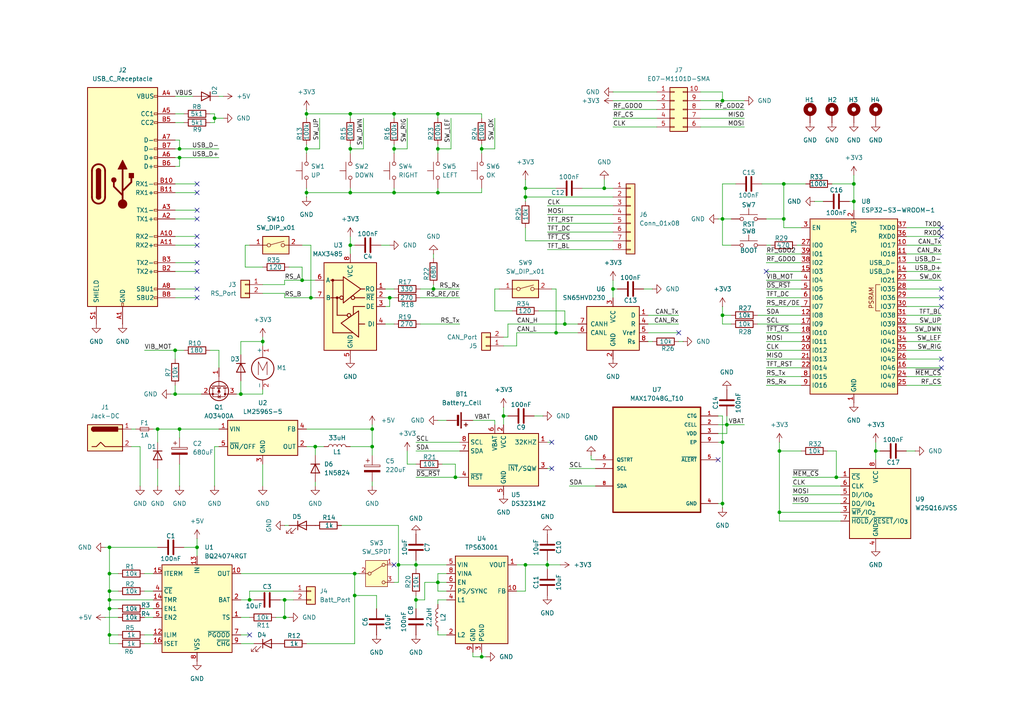
<source format=kicad_sch>
(kicad_sch (version 20250114) (generator "eeschema") (generator_version "9.0")
  (paper "A4")
  (junction (at 114.3 55.88))
  (junction (at 177.8 83.82))
  (junction (at 210.82 123.19))
  (junction (at 127 55.88))
  (junction (at 69.85 114.3))
  (junction (at 209.55 91.44))
  (junction (at 107.95 129.54))
  (junction (at 52.07 45.72))
  (junction (at 62.23 34.29))
  (junction (at 76.2 99.06))
  (junction (at 163.83 93.98))
  (junction (at 31.75 184.15))
  (junction (at 132.08 138.43))
  (junction (at 125.73 83.82))
  (junction (at 242.57 138.43))
  (junction (at 209.55 146.05))
  (junction (at 52.07 43.18))
  (junction (at 50.8 114.3))
  (junction (at 52.07 124.46))
  (junction (at 120.65 173.99))
  (junction (at 82.55 173.99))
  (junction (at 102.87 166.37))
  (junction (at 114.3 33.02))
  (junction (at 139.7 190.5))
  (junction (at 227.33 63.5))
  (junction (at 114.3 43.18))
  (junction (at 88.9 43.18))
  (junction (at 101.6 71.12))
  (junction (at 31.75 166.37))
  (junction (at 50.8 101.6))
  (junction (at 127 168.91))
  (junction (at 146.05 120.65))
  (junction (at 247.65 53.34))
  (junction (at 209.55 63.5))
  (junction (at 175.26 54.61))
  (junction (at 247.65 58.42))
  (junction (at 254 130.81))
  (junction (at 87.63 81.28))
  (junction (at 31.75 158.75))
  (junction (at 57.15 158.75))
  (junction (at 31.75 176.53))
  (junction (at 88.9 55.88))
  (junction (at 101.6 55.88))
  (junction (at 226.06 148.59))
  (junction (at 113.03 86.36))
  (junction (at 158.75 163.83))
  (junction (at 227.33 53.34))
  (junction (at 226.06 130.81))
  (junction (at 209.55 29.21))
  (junction (at 31.75 173.99))
  (junction (at 127 33.02))
  (junction (at 152.4 57.15))
  (junction (at 127 43.18))
  (junction (at 102.87 172.72))
  (junction (at 45.72 124.46))
  (junction (at 161.29 96.52))
  (junction (at 31.75 171.45))
  (junction (at 72.39 173.99))
  (junction (at 115.57 163.83))
  (junction (at 107.95 124.46))
  (junction (at 101.6 43.18))
  (junction (at 120.65 163.83))
  (junction (at 152.4 163.83))
  (junction (at 82.55 179.07))
  (junction (at 139.7 43.18))
  (junction (at 88.9 33.02))
  (junction (at 101.6 33.02))
  (junction (at 209.55 128.27))
  (junction (at 90.17 86.36))
  (junction (at 91.44 129.54))
  (junction (at 152.4 54.61))
  (no_connect (at 57.15 78.74))
  (no_connect (at 160.02 128.27))
  (no_connect (at 114.3 163.83))
  (no_connect (at 72.39 184.15))
  (no_connect (at 57.15 55.88))
  (no_connect (at 273.05 106.68))
  (no_connect (at 273.05 68.58))
  (no_connect (at 57.15 71.12))
  (no_connect (at 208.28 133.35))
  (no_connect (at 57.15 68.58))
  (no_connect (at 273.05 86.36))
  (no_connect (at 57.15 76.2))
  (no_connect (at 57.15 60.96))
  (no_connect (at 273.05 83.82))
  (no_connect (at 57.15 86.36))
  (no_connect (at 222.25 78.74))
  (no_connect (at 196.85 96.52))
  (no_connect (at 160.02 135.89))
  (no_connect (at 57.15 63.5))
  (no_connect (at 57.15 83.82))
  (no_connect (at 273.05 66.04))
  (no_connect (at 57.15 53.34))
  (no_connect (at 273.05 104.14))
  (no_connect (at 273.05 88.9))
  (wire (pts (xy 69.85 179.07) (xy 72.39 179.07)))
  (wire (pts (xy 222.25 83.82) (xy 232.41 83.82)))
  (wire (pts (xy 146.05 118.11) (xy 146.05 120.65)))
  (wire (pts (xy 148.59 90.17) (xy 143.51 90.17)))
  (wire (pts (xy 222.25 71.12) (xy 223.52 71.12)))
  (wire (pts (xy 152.4 54.61) (xy 152.4 57.15)))
  (wire (pts (xy 118.11 130.81) (xy 118.11 134.62)))
  (wire (pts (xy 90.17 71.12) (xy 90.17 86.36)))
  (wire (pts (xy 229.87 140.97) (xy 243.84 140.97)))
  (wire (pts (xy 177.8 83.82) (xy 177.8 86.36)))
  (wire (pts (xy 111.76 88.9) (xy 113.03 88.9)))
  (wire (pts (xy 69.85 186.69) (xy 73.66 186.69)))
  (wire (pts (xy 149.86 171.45) (xy 152.4 171.45)))
  (wire (pts (xy 50.8 33.02) (xy 53.34 33.02)))
  (wire (pts (xy 152.4 57.15) (xy 177.8 57.15)))
  (wire (pts (xy 210.82 125.73) (xy 210.82 123.19)))
  (wire (pts (xy 146.05 97.79) (xy 147.32 97.79)))
  (wire (pts (xy 147.32 97.79) (xy 147.32 93.98)))
  (wire (pts (xy 40.64 140.97) (xy 40.64 129.54)))
  (wire (pts (xy 120.65 162.56) (xy 120.65 163.83)))
  (wire (pts (xy 88.9 33.02) (xy 88.9 34.29)))
  (wire (pts (xy 120.65 163.83) (xy 120.65 165.1)))
  (wire (pts (xy 152.4 58.42) (xy 152.4 57.15)))
  (wire (pts (xy 45.72 124.46) (xy 45.72 128.27)))
  (wire (pts (xy 222.25 73.66) (xy 232.41 73.66)))
  (wire (pts (xy 143.51 83.82) (xy 144.78 83.82)))
  (wire (pts (xy 127 168.91) (xy 129.54 168.91)))
  (wire (pts (xy 242.57 130.81) (xy 242.57 138.43)))
  (wire (pts (xy 34.29 184.15) (xy 31.75 184.15)))
  (wire (pts (xy 114.3 33.02) (xy 114.3 34.29)))
  (wire (pts (xy 111.76 86.36) (xy 113.03 86.36)))
  (wire (pts (xy 222.25 88.9) (xy 232.41 88.9)))
  (wire (pts (xy 113.03 86.36) (xy 114.3 86.36)))
  (wire (pts (xy 209.55 91.44) (xy 209.55 93.98)))
  (wire (pts (xy 147.32 93.98) (xy 163.83 93.98)))
  (wire (pts (xy 111.76 83.82) (xy 114.3 83.82)))
  (wire (pts (xy 203.2 29.21) (xy 209.55 29.21)))
  (wire (pts (xy 109.22 172.72) (xy 102.87 172.72)))
  (wire (pts (xy 109.22 176.53) (xy 109.22 172.72)))
  (wire (pts (xy 69.85 110.49) (xy 69.85 114.3)))
  (wire (pts (xy 123.19 168.91) (xy 123.19 173.99)))
  (wire (pts (xy 50.8 101.6) (xy 53.34 101.6)))
  (wire (pts (xy 209.55 147.32) (xy 209.55 146.05)))
  (wire (pts (xy 88.9 33.02) (xy 101.6 33.02)))
  (wire (pts (xy 152.4 163.83) (xy 158.75 163.83)))
  (wire (pts (xy 140.97 190.5) (xy 139.7 190.5)))
  (wire (pts (xy 168.91 54.61) (xy 175.26 54.61)))
  (wire (pts (xy 88.9 55.88) (xy 88.9 57.15)))
  (wire (pts (xy 82.55 86.36) (xy 90.17 86.36)))
  (wire (pts (xy 242.57 138.43) (xy 243.84 138.43)))
  (wire (pts (xy 57.15 60.96) (xy 50.8 60.96)))
  (wire (pts (xy 156.21 90.17) (xy 163.83 90.17)))
  (wire (pts (xy 57.15 156.21) (xy 57.15 158.75)))
  (wire (pts (xy 118.11 34.29) (xy 118.11 43.18)))
  (wire (pts (xy 30.48 158.75) (xy 31.75 158.75)))
  (wire (pts (xy 210.82 123.19) (xy 215.9 123.19)))
  (wire (pts (xy 92.71 34.29) (xy 92.71 43.18)))
  (wire (pts (xy 158.75 162.56) (xy 158.75 163.83)))
  (wire (pts (xy 127 41.91) (xy 127 43.18)))
  (wire (pts (xy 76.2 99.06) (xy 76.2 100.33)))
  (wire (pts (xy 31.75 171.45) (xy 34.29 171.45)))
  (wire (pts (xy 101.6 41.91) (xy 101.6 43.18)))
  (wire (pts (xy 101.6 44.45) (xy 101.6 43.18)))
  (wire (pts (xy 165.1 140.97) (xy 172.72 140.97)))
  (wire (pts (xy 190.5 29.21) (xy 177.8 29.21)))
  (wire (pts (xy 101.6 33.02) (xy 101.6 34.29)))
  (wire (pts (xy 40.64 129.54) (xy 38.1 129.54)))
  (wire (pts (xy 262.89 88.9) (xy 273.05 88.9)))
  (wire (pts (xy 44.45 173.99) (xy 31.75 173.99)))
  (wire (pts (xy 31.75 158.75) (xy 45.72 158.75)))
  (wire (pts (xy 127 171.45) (xy 127 168.91)))
  (wire (pts (xy 57.15 158.75) (xy 57.15 161.29)))
  (wire (pts (xy 57.15 53.34) (xy 50.8 53.34)))
  (wire (pts (xy 62.23 35.56) (xy 62.23 34.29)))
  (wire (pts (xy 231.14 71.12) (xy 232.41 71.12)))
  (wire (pts (xy 85.09 173.99) (xy 82.55 173.99)))
  (wire (pts (xy 177.8 83.82) (xy 179.07 83.82)))
  (wire (pts (xy 88.9 44.45) (xy 88.9 43.18)))
  (wire (pts (xy 129.54 171.45) (xy 127 171.45)))
  (wire (pts (xy 247.65 53.34) (xy 247.65 58.42)))
  (wire (pts (xy 41.91 179.07) (xy 44.45 179.07)))
  (wire (pts (xy 222.25 63.5) (xy 227.33 63.5)))
  (wire (pts (xy 219.71 93.98) (xy 232.41 93.98)))
  (wire (pts (xy 52.07 124.46) (xy 63.5 124.46)))
  (wire (pts (xy 143.51 34.29) (xy 143.51 43.18)))
  (wire (pts (xy 41.91 186.69) (xy 44.45 186.69)))
  (wire (pts (xy 209.55 53.34) (xy 209.55 63.5)))
  (wire (pts (xy 262.89 109.22) (xy 273.05 109.22)))
  (wire (pts (xy 160.02 128.27) (xy 158.75 128.27)))
  (wire (pts (xy 171.45 133.35) (xy 172.72 133.35)))
  (wire (pts (xy 222.25 81.28) (xy 232.41 81.28)))
  (wire (pts (xy 110.49 71.12) (xy 113.03 71.12)))
  (wire (pts (xy 227.33 63.5) (xy 227.33 66.04)))
  (wire (pts (xy 137.16 121.92) (xy 143.51 121.92)))
  (wire (pts (xy 171.45 132.08) (xy 171.45 133.35)))
  (wire (pts (xy 262.89 68.58) (xy 273.05 68.58)))
  (wire (pts (xy 71.12 71.12) (xy 72.39 71.12)))
  (wire (pts (xy 69.85 184.15) (xy 72.39 184.15)))
  (wire (pts (xy 53.34 158.75) (xy 57.15 158.75)))
  (wire (pts (xy 88.9 186.69) (xy 102.87 186.69)))
  (wire (pts (xy 125.73 82.55) (xy 125.73 83.82)))
  (wire (pts (xy 45.72 135.89) (xy 45.72 140.97)))
  (wire (pts (xy 152.4 52.07) (xy 152.4 54.61)))
  (wire (pts (xy 101.6 54.61) (xy 101.6 55.88)))
  (wire (pts (xy 90.17 86.36) (xy 91.44 86.36)))
  (wire (pts (xy 229.87 143.51) (xy 243.84 143.51)))
  (wire (pts (xy 208.28 120.65) (xy 209.55 120.65)))
  (wire (pts (xy 161.29 83.82) (xy 161.29 96.52)))
  (wire (pts (xy 101.6 55.88) (xy 114.3 55.88)))
  (wire (pts (xy 57.15 86.36) (xy 50.8 86.36)))
  (wire (pts (xy 52.07 140.97) (xy 52.07 134.62)))
  (wire (pts (xy 160.02 135.89) (xy 158.75 135.89)))
  (wire (pts (xy 88.9 41.91) (xy 88.9 43.18)))
  (wire (pts (xy 262.89 66.04) (xy 273.05 66.04)))
  (wire (pts (xy 232.41 66.04) (xy 227.33 66.04)))
  (wire (pts (xy 82.55 82.55) (xy 76.2 82.55)))
  (wire (pts (xy 49.53 114.3) (xy 50.8 114.3)))
  (wire (pts (xy 127 184.15) (xy 127 182.88)))
  (wire (pts (xy 76.2 77.47) (xy 71.12 77.47)))
  (wire (pts (xy 114.3 54.61) (xy 114.3 55.88)))
  (wire (pts (xy 82.55 179.07) (xy 83.82 179.07)))
  (wire (pts (xy 241.3 53.34) (xy 247.65 53.34)))
  (wire (pts (xy 209.55 26.67) (xy 209.55 29.21)))
  (wire (pts (xy 196.85 96.52) (xy 187.96 96.52)))
  (wire (pts (xy 44.45 124.46) (xy 45.72 124.46)))
  (wire (pts (xy 50.8 35.56) (xy 53.34 35.56)))
  (wire (pts (xy 229.87 138.43) (xy 242.57 138.43)))
  (wire (pts (xy 127 166.37) (xy 127 168.91)))
  (wire (pts (xy 262.89 83.82) (xy 273.05 83.82)))
  (wire (pts (xy 127 33.02) (xy 139.7 33.02)))
  (wire (pts (xy 82.55 85.09) (xy 76.2 85.09)))
  (wire (pts (xy 222.25 76.2) (xy 232.41 76.2)))
  (wire (pts (xy 209.55 91.44) (xy 212.09 91.44)))
  (wire (pts (xy 41.91 184.15) (xy 44.45 184.15)))
  (wire (pts (xy 81.28 173.99) (xy 82.55 173.99)))
  (wire (pts (xy 158.75 163.83) (xy 162.56 163.83)))
  (wire (pts (xy 177.8 64.77) (xy 158.75 64.77)))
  (wire (pts (xy 82.55 173.99) (xy 82.55 179.07)))
  (wire (pts (xy 88.9 124.46) (xy 107.95 124.46)))
  (wire (pts (xy 143.51 90.17) (xy 143.51 83.82)))
  (wire (pts (xy 52.07 40.64) (xy 52.07 43.18)))
  (wire (pts (xy 158.75 163.83) (xy 158.75 165.1)))
  (wire (pts (xy 50.8 48.26) (xy 52.07 48.26)))
  (wire (pts (xy 76.2 140.97) (xy 76.2 134.62)))
  (wire (pts (xy 31.75 173.99) (xy 31.75 171.45)))
  (wire (pts (xy 57.15 55.88) (xy 50.8 55.88)))
  (wire (pts (xy 114.3 43.18) (xy 118.11 43.18)))
  (wire (pts (xy 262.89 130.81) (xy 265.43 130.81)))
  (wire (pts (xy 82.55 81.28) (xy 82.55 82.55)))
  (wire (pts (xy 125.73 83.82) (xy 133.35 83.82)))
  (wire (pts (xy 52.07 127) (xy 52.07 124.46)))
  (wire (pts (xy 190.5 26.67) (xy 177.8 26.67)))
  (wire (pts (xy 236.22 58.42) (xy 238.76 58.42)))
  (wire (pts (xy 76.2 113.03) (xy 76.2 114.3)))
  (wire (pts (xy 226.06 130.81) (xy 226.06 148.59)))
  (wire (pts (xy 107.95 129.54) (xy 101.6 129.54)))
  (wire (pts (xy 254 128.27) (xy 254 130.81)))
  (wire (pts (xy 152.4 163.83) (xy 152.4 171.45)))
  (wire (pts (xy 161.29 96.52) (xy 167.64 96.52)))
  (wire (pts (xy 227.33 53.34) (xy 233.68 53.34)))
  (wire (pts (xy 187.96 99.06) (xy 189.23 99.06)))
  (wire (pts (xy 186.69 83.82) (xy 189.23 83.82)))
  (wire (pts (xy 63.5 106.68) (xy 63.5 101.6)))
  (wire (pts (xy 115.57 163.83) (xy 115.57 168.91)))
  (wire (pts (xy 69.85 99.06) (xy 76.2 99.06)))
  (wire (pts (xy 104.14 166.37) (xy 102.87 166.37)))
  (wire (pts (xy 262.89 86.36) (xy 273.05 86.36)))
  (wire (pts (xy 247.65 50.8) (xy 247.65 53.34)))
  (wire (pts (xy 82.55 81.28) (xy 87.63 81.28)))
  (wire (pts (xy 226.06 128.27) (xy 226.06 130.81)))
  (wire (pts (xy 114.3 55.88) (xy 127 55.88)))
  (wire (pts (xy 91.44 140.97) (xy 91.44 139.7)))
  (wire (pts (xy 160.02 83.82) (xy 161.29 83.82)))
  (wire (pts (xy 41.91 101.6) (xy 50.8 101.6)))
  (wire (pts (xy 87.63 77.47) (xy 87.63 81.28)))
  (wire (pts (xy 226.06 148.59) (xy 243.84 148.59)))
  (wire (pts (xy 198.12 99.06) (xy 196.85 99.06)))
  (wire (pts (xy 91.44 129.54) (xy 93.98 129.54)))
  (wire (pts (xy 83.82 77.47) (xy 87.63 77.47)))
  (wire (pts (xy 222.25 78.74) (xy 232.41 78.74)))
  (wire (pts (xy 203.2 34.29) (xy 215.9 34.29)))
  (wire (pts (xy 31.75 158.75) (xy 31.75 166.37)))
  (wire (pts (xy 209.55 146.05) (xy 208.28 146.05)))
  (wire (pts (xy 101.6 68.58) (xy 101.6 71.12)))
  (wire (pts (xy 247.65 58.42) (xy 247.65 60.96)))
  (wire (pts (xy 31.75 176.53) (xy 34.29 176.53)))
  (wire (pts (xy 41.91 176.53) (xy 44.45 176.53)))
  (wire (pts (xy 101.6 33.02) (xy 114.3 33.02)))
  (wire (pts (xy 125.73 73.66) (xy 125.73 74.93)))
  (wire (pts (xy 52.07 45.72) (xy 63.5 45.72)))
  (wire (pts (xy 123.19 168.91) (xy 127 168.91)))
  (wire (pts (xy 209.55 120.65) (xy 209.55 128.27)))
  (wire (pts (xy 139.7 54.61) (xy 139.7 55.88)))
  (wire (pts (xy 114.3 44.45) (xy 114.3 43.18)))
  (wire (pts (xy 209.55 88.9) (xy 209.55 91.44)))
  (wire (pts (xy 107.95 129.54) (xy 107.95 132.08)))
  (wire (pts (xy 50.8 40.64) (xy 52.07 40.64)))
  (wire (pts (xy 57.15 78.74) (xy 50.8 78.74)))
  (wire (pts (xy 226.06 130.81) (xy 232.41 130.81)))
  (wire (pts (xy 115.57 163.83) (xy 120.65 163.83)))
  (wire (pts (xy 123.19 173.99) (xy 120.65 173.99)))
  (wire (pts (xy 57.15 76.2) (xy 50.8 76.2)))
  (wire (pts (xy 209.55 63.5) (xy 212.09 63.5)))
  (wire (pts (xy 146.05 100.33) (xy 149.86 100.33)))
  (wire (pts (xy 101.6 71.12) (xy 101.6 73.66)))
  (wire (pts (xy 209.55 93.98) (xy 212.09 93.98)))
  (wire (pts (xy 102.87 172.72) (xy 102.87 186.69)))
  (wire (pts (xy 262.89 91.44) (xy 273.05 91.44)))
  (wire (pts (xy 254 130.81) (xy 255.27 130.81)))
  (wire (pts (xy 229.87 146.05) (xy 243.84 146.05)))
  (wire (pts (xy 165.1 135.89) (xy 172.72 135.89)))
  (wire (pts (xy 30.48 179.07) (xy 34.29 179.07)))
  (wire (pts (xy 31.75 176.53) (xy 31.75 173.99)))
  (wire (pts (xy 127 43.18) (xy 130.81 43.18)))
  (wire (pts (xy 120.65 130.81) (xy 133.35 130.81)))
  (wire (pts (xy 158.75 72.39) (xy 177.8 72.39)))
  (wire (pts (xy 121.92 93.98) (xy 133.35 93.98)))
  (wire (pts (xy 64.77 27.94) (xy 63.5 27.94)))
  (wire (pts (xy 154.94 120.65) (xy 157.48 120.65)))
  (wire (pts (xy 114.3 41.91) (xy 114.3 43.18)))
  (wire (pts (xy 120.65 163.83) (xy 129.54 163.83)))
  (wire (pts (xy 129.54 166.37) (xy 127 166.37)))
  (wire (pts (xy 91.44 132.08) (xy 91.44 129.54)))
  (wire (pts (xy 222.25 111.76) (xy 232.41 111.76)))
  (wire (pts (xy 120.65 173.99) (xy 120.65 176.53)))
  (wire (pts (xy 121.92 83.82) (xy 125.73 83.82)))
  (wire (pts (xy 246.38 58.42) (xy 247.65 58.42)))
  (wire (pts (xy 82.55 85.09) (xy 82.55 86.36)))
  (wire (pts (xy 146.05 120.65) (xy 147.32 120.65)))
  (wire (pts (xy 69.85 102.87) (xy 69.85 99.06)))
  (wire (pts (xy 262.89 71.12) (xy 273.05 71.12)))
  (wire (pts (xy 262.89 111.76) (xy 273.05 111.76)))
  (wire (pts (xy 208.28 123.19) (xy 210.82 123.19)))
  (wire (pts (xy 45.72 124.46) (xy 52.07 124.46)))
  (wire (pts (xy 222.25 101.6) (xy 232.41 101.6)))
  (wire (pts (xy 222.25 109.22) (xy 232.41 109.22)))
  (wire (pts (xy 72.39 171.45) (xy 72.39 173.99)))
  (wire (pts (xy 203.2 36.83) (xy 215.9 36.83)))
  (wire (pts (xy 50.8 101.6) (xy 50.8 104.14)))
  (wire (pts (xy 50.8 43.18) (xy 52.07 43.18)))
  (wire (pts (xy 91.44 129.54) (xy 88.9 129.54)))
  (wire (pts (xy 222.25 104.14) (xy 232.41 104.14)))
  (wire (pts (xy 101.6 71.12) (xy 102.87 71.12)))
  (wire (pts (xy 139.7 34.29) (xy 139.7 33.02)))
  (wire (pts (xy 41.91 171.45) (xy 44.45 171.45)))
  (wire (pts (xy 226.06 148.59) (xy 226.06 151.13)))
  (wire (pts (xy 240.03 130.81) (xy 242.57 130.81)))
  (wire (pts (xy 262.89 106.68) (xy 273.05 106.68)))
  (wire (pts (xy 120.65 138.43) (xy 132.08 138.43)))
  (wire (pts (xy 262.89 73.66) (xy 273.05 73.66)))
  (wire (pts (xy 146.05 120.65) (xy 146.05 123.19)))
  (wire (pts (xy 50.8 27.94) (xy 55.88 27.94)))
  (wire (pts (xy 130.81 34.29) (xy 130.81 43.18)))
  (wire (pts (xy 71.12 77.47) (xy 71.12 71.12)))
  (wire (pts (xy 132.08 134.62) (xy 132.08 138.43)))
  (wire (pts (xy 69.85 114.3) (xy 68.58 114.3)))
  (wire (pts (xy 213.36 53.34) (xy 209.55 53.34)))
  (wire (pts (xy 62.23 129.54) (xy 62.23 140.97)))
  (wire (pts (xy 99.06 152.4) (xy 115.57 152.4)))
  (wire (pts (xy 262.89 93.98) (xy 273.05 93.98)))
  (wire (pts (xy 163.83 90.17) (xy 163.83 93.98)))
  (wire (pts (xy 31.75 184.15) (xy 31.75 176.53)))
  (wire (pts (xy 209.55 29.21) (xy 215.9 29.21)))
  (wire (pts (xy 57.15 71.12) (xy 50.8 71.12)))
  (wire (pts (xy 121.92 86.36) (xy 133.35 86.36)))
  (wire (pts (xy 262.89 101.6) (xy 273.05 101.6)))
  (wire (pts (xy 139.7 190.5) (xy 137.16 190.5)))
  (wire (pts (xy 152.4 69.85) (xy 177.8 69.85)))
  (wire (pts (xy 111.76 93.98) (xy 114.3 93.98)))
  (wire (pts (xy 127 33.02) (xy 127 34.29)))
  (wire (pts (xy 31.75 166.37) (xy 34.29 166.37)))
  (wire (pts (xy 152.4 54.61) (xy 161.29 54.61)))
  (wire (pts (xy 62.23 34.29) (xy 64.77 34.29)))
  (wire (pts (xy 115.57 152.4) (xy 115.57 163.83)))
  (wire (pts (xy 152.4 66.04) (xy 152.4 69.85)))
  (wire (pts (xy 212.09 71.12) (xy 209.55 71.12)))
  (wire (pts (xy 87.63 81.28) (xy 91.44 81.28)))
  (wire (pts (xy 101.6 43.18) (xy 105.41 43.18)))
  (wire (pts (xy 137.16 190.5) (xy 137.16 189.23)))
  (wire (pts (xy 127 121.92) (xy 129.54 121.92)))
  (wire (pts (xy 149.86 100.33) (xy 149.86 96.52)))
  (wire (pts (xy 120.65 128.27) (xy 133.35 128.27)))
  (wire (pts (xy 69.85 166.37) (xy 102.87 166.37)))
  (wire (pts (xy 57.15 83.82) (xy 50.8 83.82)))
  (wire (pts (xy 175.26 54.61) (xy 177.8 54.61)))
  (wire (pts (xy 88.9 43.18) (xy 92.71 43.18)))
  (wire (pts (xy 62.23 34.29) (xy 62.23 33.02)))
  (wire (pts (xy 254 130.81) (xy 254 133.35)))
  (wire (pts (xy 175.26 52.07) (xy 175.26 54.61)))
  (wire (pts (xy 31.75 186.69) (xy 31.75 184.15)))
  (wire (pts (xy 262.89 78.74) (xy 273.05 78.74)))
  (wire (pts (xy 72.39 173.99) (xy 73.66 173.99)))
  (wire (pts (xy 209.55 63.5) (xy 209.55 71.12)))
  (wire (pts (xy 52.07 48.26) (xy 52.07 45.72)))
  (wire (pts (xy 203.2 26.67) (xy 209.55 26.67)))
  (wire (pts (xy 88.9 31.75) (xy 88.9 33.02)))
  (wire (pts (xy 190.5 31.75) (xy 177.8 31.75)))
  (wire (pts (xy 107.95 124.46) (xy 107.95 129.54)))
  (wire (pts (xy 88.9 54.61) (xy 88.9 55.88)))
  (wire (pts (xy 80.01 179.07) (xy 82.55 179.07)))
  (wire (pts (xy 196.85 93.98) (xy 187.96 93.98)))
  (wire (pts (xy 127 44.45) (xy 127 43.18)))
  (wire (pts (xy 177.8 81.28) (xy 177.8 83.82)))
  (wire (pts (xy 262.89 76.2) (xy 273.05 76.2)))
  (wire (pts (xy 31.75 171.45) (xy 31.75 166.37)))
  (wire (pts (xy 113.03 88.9) (xy 113.03 86.36)))
  (wire (pts (xy 262.89 81.28) (xy 273.05 81.28)))
  (wire (pts (xy 163.83 93.98) (xy 167.64 93.98)))
  (wire (pts (xy 107.95 139.7) (xy 107.95 140.97)))
  (wire (pts (xy 208.28 125.73) (xy 210.82 125.73)))
  (wire (pts (xy 139.7 41.91) (xy 139.7 43.18)))
  (wire (pts (xy 38.1 124.46) (xy 39.37 124.46)))
  (wire (pts (xy 76.2 97.79) (xy 76.2 99.06)))
  (wire (pts (xy 88.9 55.88) (xy 101.6 55.88)))
  (wire (pts (xy 50.8 111.76) (xy 50.8 114.3)))
  (wire (pts (xy 120.65 173.99) (xy 120.65 172.72)))
  (wire (pts (xy 203.2 31.75) (xy 215.9 31.75)))
  (wire (pts (xy 143.51 121.92) (xy 143.51 123.19)))
  (wire (pts (xy 208.28 128.27) (xy 209.55 128.27)))
  (wire (pts (xy 76.2 114.3) (xy 69.85 114.3)))
  (wire (pts (xy 222.25 96.52) (xy 232.41 96.52)))
  (wire (pts (xy 41.91 166.37) (xy 44.45 166.37)))
  (wire (pts (xy 227.33 53.34) (xy 227.33 63.5)))
  (wire (pts (xy 34.29 186.69) (xy 31.75 186.69)))
  (wire (pts (xy 262.89 99.06) (xy 273.05 99.06)))
  (wire (pts (xy 196.85 91.44) (xy 187.96 91.44)))
  (wire (pts (xy 222.25 106.68) (xy 232.41 106.68)))
  (wire (pts (xy 107.95 123.19) (xy 107.95 124.46)))
  (wire (pts (xy 87.63 71.12) (xy 90.17 71.12)))
  (wire (pts (xy 139.7 43.18) (xy 143.51 43.18)))
  (wire (pts (xy 210.82 120.65) (xy 210.82 123.19)))
  (wire (pts (xy 63.5 101.6) (xy 60.96 101.6)))
  (wire (pts (xy 219.71 91.44) (xy 232.41 91.44)))
  (wire (pts (xy 177.8 59.69) (xy 158.75 59.69)))
  (wire (pts (xy 82.55 152.4) (xy 83.82 152.4)))
  (wire (pts (xy 50.8 45.72) (xy 52.07 45.72)))
  (wire (pts (xy 262.89 96.52) (xy 273.05 96.52)))
  (wire (pts (xy 85.09 171.45) (xy 72.39 171.45)))
  (wire (pts (xy 139.7 189.23) (xy 139.7 190.5)))
  (wire (pts (xy 129.54 173.99) (xy 127 173.99)))
  (wire (pts (xy 139.7 44.45) (xy 139.7 43.18)))
  (wire (pts (xy 177.8 62.23) (xy 158.75 62.23)))
  (wire (pts (xy 190.5 36.83) (xy 177.8 36.83)))
  (wire (pts (xy 208.28 63.5) (xy 209.55 63.5)))
  (wire (pts (xy 190.5 34.29) (xy 177.8 34.29)))
  (wire (pts (xy 222.25 99.06) (xy 232.41 99.06)))
  (wire (pts (xy 127 173.99) (xy 127 175.26)))
  (wire (pts (xy 226.06 151.13) (xy 243.84 151.13)))
  (wire (pts (xy 50.8 114.3) (xy 58.42 114.3)))
  (wire (pts (xy 63.5 129.54) (xy 62.23 129.54)))
  (wire (pts (xy 62.23 33.02) (xy 60.96 33.02)))
  (wire (pts (xy 102.87 166.37) (xy 102.87 172.72)))
  (wire (pts (xy 115.57 168.91) (xy 114.3 168.91)))
  (wire (pts (xy 60.96 35.56) (xy 62.23 35.56)))
  (wire (pts (xy 72.39 173.99) (xy 69.85 173.99)))
  (wire (pts (xy 57.15 68.58) (xy 50.8 68.58)))
  (wire (pts (xy 127 55.88) (xy 139.7 55.88)))
  (wire (pts (xy 129.54 184.15) (xy 127 184.15)))
  (wire (pts (xy 127 54.61) (xy 127 55.88)))
  (wire (pts (xy 52.07 43.18) (xy 63.5 43.18)))
  (wire (pts (xy 105.41 34.29) (xy 105.41 43.18)))
  (wire (pts (xy 209.55 128.27) (xy 209.55 146.05)))
  (wire (pts (xy 128.27 134.62) (xy 132.08 134.62)))
  (wire (pts (xy 220.98 53.34) (xy 227.33 53.34)))
  (wire (pts (xy 262.89 104.14) (xy 273.05 104.14)))
  (wire (pts (xy 132.08 138.43) (xy 133.35 138.43)))
  (wire (pts (xy 149.86 163.83) (xy 152.4 163.83)))
  (wire (pts (xy 177.8 67.31) (xy 158.75 67.31)))
  (wire (pts (xy 222.25 86.36) (xy 232.41 86.36)))
  (wire (pts (xy 118.11 134.62) (xy 120.65 134.62)))
  (wire (pts (xy 149.86 96.52) (xy 161.29 96.52)))
  (wire (pts (xy 114.3 33.02) (xy 127 33.02)))
  (wire (pts (xy 57.15 63.5) (xy 50.8 63.5)))
  (label "MOSI" (at 222.25 99.06 0))
  (label "USB_D+" (at 273.05 78.74 180))
  (label "SW_OK" (at 273.05 81.28 180))
  (label "SW_LEF" (at 130.81 34.29 270))
  (label "~{MEM_CS}" (at 229.87 138.43 0))
  (label "USB_D-" (at 273.05 76.2 180))
  (label "CLK" (at 222.25 101.6 0))
  (label "CAN_H" (at 149.86 93.98 0))
  (label "MISO" (at 222.25 104.14 0))
  (label "CLK" (at 229.87 140.97 0))
  (label "SCL" (at 222.25 93.98 0))
  (label "VBUS" (at 55.88 27.94 180))
  (label "VIB_MOT" (at 41.91 101.6 0))
  (label "~{DS_RST}" (at 222.25 83.82 0))
  (label "RF_GDO0" (at 177.8 31.75 0))
  (label "CAN_Tx" (at 273.05 71.12 180))
  (label "RXD0" (at 273.05 68.58 180))
  (label "USB_D+" (at 63.5 45.72 180))
  (label "RF_CS" (at 273.05 111.76 180))
  (label "TFT_RST" (at 222.25 106.68 0))
  (label "SW_RIG" (at 273.05 101.6 180))
  (label "RF_GDO0" (at 222.25 76.2 0))
  (label "SW_RIG" (at 118.11 34.29 270))
  (label "MISO" (at 215.9 34.29 180))
  (label "SW_UP" (at 273.05 93.98 180))
  (label "VBAT" (at 142.24 121.92 180))
  (label "SDA" (at 120.65 130.81 0))
  (label "CAN_Rx" (at 196.85 93.98 180))
  (label "MISO" (at 229.87 146.05 0))
  (label "SW_DWN" (at 273.05 96.52 180))
  (label "RS_RE{slash}DE" (at 133.35 86.36 180))
  (label "TFT_BL" (at 273.05 91.44 180))
  (label "RS_Tx" (at 133.35 93.98 180))
  (label "MOSI" (at 229.87 143.51 0))
  (label "SW_LEF" (at 273.05 99.06 180))
  (label "RS_RE{slash}DE" (at 222.25 88.9 0))
  (label "CLK" (at 158.75 59.69 0))
  (label "RF_GDO2" (at 222.25 73.66 0))
  (label "VBAT" (at 215.9 123.19 180))
  (label "TXD0" (at 273.05 66.04 180))
  (label "MOSI" (at 158.75 62.23 0))
  (label "CAN_Tx" (at 196.85 91.44 180))
  (label "RS_Rx" (at 222.25 111.76 0))
  (label "CAN_L" (at 149.86 96.52 0))
  (label "RF_GDO2" (at 215.9 31.75 180))
  (label "SDA" (at 222.25 91.44 0))
  (label "RS_Rx" (at 133.35 83.82 180))
  (label "~{MEM_CS}" (at 273.05 109.22 180))
  (label "SW_OK" (at 143.51 34.29 270))
  (label "SCL" (at 120.65 128.27 0))
  (label "SCL" (at 165.1 135.89 0))
  (label "SW_DWN" (at 105.41 34.29 270))
  (label "VIB_MOT" (at 222.25 81.28 0))
  (label "~{TFT_CS}" (at 222.25 96.52 0))
  (label "SW_UP" (at 92.71 34.29 270))
  (label "RS_Tx" (at 222.25 109.22 0))
  (label "USB_D-" (at 63.5 43.18 180))
  (label "RF_CS" (at 177.8 34.29 0))
  (label "CAN_Rx" (at 273.05 73.66 180))
  (label "TFT_RST" (at 158.75 64.77 0))
  (label "TFT_DC" (at 158.75 67.31 0))
  (label "SDA" (at 165.1 140.97 0))
  (label "TFT_DC" (at 222.25 86.36 0))
  (label "TFT_BL" (at 158.75 72.39 0))
  (label "MOSI" (at 215.9 36.83 180))
  (label "RS_A" (at 82.55 81.28 0))
  (label "~{TFT_CS}" (at 158.75 69.85 0))
  (label "~{DS_RST}" (at 120.65 138.43 0))
  (label "RS_B" (at 82.55 86.36 0))
  (label "CLK" (at 177.8 36.83 0))
  (symbol (lib_id "Device:C") (at 77.47 173.99 90) (unit 1)
    (property "Reference" "C3" (at 77.47 170.18 90))
    (property "Value" "10uF" (at 73.66 175.768 90))
    (property "Footprint" "Capacitor_SMD:C_0603_1608Metric" (effects (hide yes)))
    (property "Description" "Unpolarized capacitor" (effects (hide yes)))
    (property "LCSC Part" "C19702" (effects (hide yes)))
    (property "Price" "0.0056" (effects (hide yes)))
  )
  (symbol (lib_id "Regulator_Switching:LM2596S-3.3") (at 76.2 127 0) (unit 1)
    (property "Reference" "U2" (at 76.2 116.84 0))
    (property "Value" "LM2596S-5" (at 76.2 119.38 0))
    (property "Footprint" "Package_TO_SOT_SMD:TO-263-5_TabPin3" (effects (hide yes)))
    (property "Datasheet" "http://www.ti.com/lit/ds/symlink/lm2596.pdf" (effects (hide yes)))
    (property "Description" "3.3V 3A Step-Down Voltage Regulator, TO-263" (effects (hide yes)))
    (property "LCSC Part" "C347421" (effects (hide yes)))
    (property "Price" "0.5565" (effects (hide yes)))
  )
  (symbol (lib_id "RF_Module:ESP32-S3-WROOM-1") (at 247.65 88.9 0) (unit 1)
    (property "Reference" "U8" (at 249.7933 58.42 0) (effects (justify left)))
    (property "Value" "ESP32-S3-WROOM-1" (at 249.7933 60.96 0) (effects (justify left)))
    (property "Footprint" "RF_Module:ESP32-S3-WROOM-1" (effects (hide yes)))
    (property "Datasheet" "https://www.espressif.com/sites/default/files/documentation/esp32-s3-wroom-1_wroom-1u_datasheet_en.pdf" (effects (hide yes)))
    (property "Description" "RF Module, ESP32-S3 SoC, Wi-Fi 802.11b/g/n, Bluetooth, BLE, 32-bit, 3.3V, onboard antenna, SMD" (effects (hide yes)))
    (property "LCSC Part" "C2913202" (effects (hide yes)))
    (property "Price" "5.4030" (effects (hide yes)))
  )
  (symbol (lib_id "Device:R") (at 57.15 101.6 270) (unit 1)
    (property "Reference" "R10" (at 58.42 99.568 90) (effects (justify right)))
    (property "Value" "180" (at 58.928 101.6 90) (effects (justify right)))
    (property "Footprint" "Resistor_SMD:R_0603_1608Metric" (effects (hide yes)))
    (property "Description" "Resistor" (effects (hide yes)))
    (property "LCSC Part" "C2907000" (effects (hide yes)))
    (property "Price" "0.0009" (effects (hide yes)))
  )
  (symbol (lib_id "power:+5V") (at 107.95 123.19 0) (unit 1)
    (property "Reference" "#PWR023" (effects (hide yes)))
    (property "Value" "+5V" (at 110.49 121.9199 0) (effects (justify left)))
    (property "Description" "Power symbol creates a global label with name \"+5V\"" (effects (hide yes)))
  )
  (symbol (lib_id "power:GND") (at 241.3 35.56 0) (unit 1)
    (property "Reference" "#PWR056" (effects (hide yes)))
    (property "Value" "GND" (at 241.3 40.64 0))
    (property "Description" "Power symbol creates a global label with name \"GND\" , ground" (effects (hide yes)))
  )
  (symbol (lib_id "power:+3V3") (at 162.56 163.83 270) (unit 1)
    (property "Reference" "#PWR039" (effects (hide yes)))
    (property "Value" "+3V3" (at 166.37 163.8299 90) (effects (justify left)))
    (property "Description" "Power symbol creates a global label with name \"+3V3\"" (effects (hide yes)))
  )
  (symbol (lib_id "power:GND") (at 120.65 184.15 0) (unit 1)
    (property "Reference" "#PWR029" (effects (hide yes)))
    (property "Value" "GND" (at 120.65 189.23 0))
    (property "Description" "Power symbol creates a global label with name \"GND\" , ground" (effects (hide yes)))
  )
  (symbol (lib_id "Device:Fuse_Small") (at 41.91 124.46 0) (unit 1)
    (property "Reference" "F1" (at 41.91 122.682 0))
    (property "Value" "1A" (at 41.91 126.238 0))
    (property "Footprint" "Fuse:Fuse_1206_3216Metric" (effects (hide yes)))
    (property "Description" "Fuse, small symbol" (effects (hide yes)))
    (property "LCSC Part" "C720075" (effects (hide yes)))
    (property "Price" "0.0297" (effects (hide yes)))
  )
  (symbol (lib_id "power:GND") (at 157.48 120.65 90) (unit 1)
    (property "Reference" "#PWR036" (effects (hide yes)))
    (property "Value" "GND" (at 161.29 120.6501 90) (effects (justify right)))
    (property "Description" "Power symbol creates a global label with name \"GND\" , ground" (effects (hide yes)))
  )
  (symbol (lib_id "Device:R") (at 50.8 107.95 0) (unit 1)
    (property "Reference" "R7" (at 48.768 106.68 90) (effects (justify right)))
    (property "Value" "10k" (at 50.8 106.172 90) (effects (justify right)))
    (property "Footprint" "Resistor_SMD:R_0603_1608Metric" (effects (hide yes)))
    (property "Description" "Resistor" (effects (hide yes)))
    (property "LCSC Part" "C25804" (effects (hide yes)))
    (property "Price" "0.0009" (effects (hide yes)))
  )
  (symbol (lib_id "power:GND") (at 210.82 113.03 180) (unit 1)
    (property "Reference" "#PWR050" (effects (hide yes)))
    (property "Value" "GND" (at 210.82 107.95 0))
    (property "Description" "Power symbol creates a global label with name \"GND\" , ground" (effects (hide yes)))
  )
  (symbol (lib_id "Device:L") (at 127 179.07 180) (unit 1)
    (property "Reference" "L2" (at 128.524 179.07 90))
    (property "Value" "2.2uH" (at 124.46 179.07 90))
    (property "Footprint" "Inductor_SMD:L_Coilcraft_XAL7020-102" (effects (hide yes)))
    (property "Description" "Inductor" (effects (hide yes)))
    (property "LCSC Part" "C86092" (effects (hide yes)))
    (property "Price" "0.0629" (effects (hide yes)))
  )
  (symbol (lib_id "Device:R") (at 38.1 186.69 90) (unit 1)
    (property "Reference" "R6" (at 36.068 188.976 90) (effects (justify right)))
    (property "Value" "1k" (at 36.83 186.69 90) (effects (justify right)))
    (property "Footprint" "Resistor_SMD:R_0603_1608Metric" (effects (hide yes)))
    (property "Description" "Resistor" (effects (hide yes)))
    (property "LCSC Part" "C21190" (effects (hide yes)))
    (property "Price" "0.0010" (effects (hide yes)))
  )
  (symbol (lib_id "Device:C") (at 182.88 83.82 270) (unit 1)
    (property "Reference" "C13" (at 182.88 87.122 90))
    (property "Value" "100nF" (at 182.88 80.518 90))
    (property "Footprint" "Capacitor_SMD:C_0603_1608Metric" (effects (hide yes)))
    (property "Description" "Unpolarized capacitor" (effects (hide yes)))
    (property "LCSC Part" "C14663" (effects (hide yes)))
    (property "Price" "0.0024" (effects (hide yes)))
  )
  (symbol (lib_id "Device:R") (at 118.11 86.36 270) (unit 1)
    (property "Reference" "R18" (at 120.142 88.392 90) (effects (justify right)))
    (property "Value" "270" (at 119.888 86.36 90) (effects (justify right)))
    (property "Footprint" "Resistor_SMD:R_0603_1608Metric" (effects (hide yes)))
    (property "Description" "Resistor" (effects (hide yes)))
    (property "LCSC Part" "C22966" (effects (hide yes)))
    (property "Price" "0.0011" (effects (hide yes)))
  )
  (symbol (lib_id "Device:R") (at 236.22 130.81 90) (unit 1)
    (property "Reference" "R32" (at 234.442 128.778 90) (effects (justify right)))
    (property "Value" "10k" (at 234.442 130.81 90) (effects (justify right)))
    (property "Footprint" "Resistor_SMD:R_0603_1608Metric" (effects (hide yes)))
    (property "Description" "Resistor" (effects (hide yes)))
    (property "LCSC Part" "C25804" (effects (hide yes)))
    (property "Price" "0.0009" (effects (hide yes)))
  )
  (symbol (lib_id "Switch:SW_DIP_x01") (at 80.01 71.12 0) (unit 1)
    (property "Reference" "SW10" (at 80.01 63.5 0))
    (property "Value" "SW_DIP_x01" (at 80.01 66.04 0))
    (property "Footprint" "Button_Switch_SMD:SW_DIP_SPSTx01_Slide_6.7x4.1mm_W6.73mm_P2.54mm_LowProfile_JPin" (effects (hide yes)))
    (property "Description" "1x DIP Switch, Single Pole Single Throw (SPST) switch, small symbol" (effects (hide yes)))
  )
  (symbol (lib_id "power:GND") (at 40.64 140.97 0) (unit 1)
    (property "Reference" "#PWR05" (effects (hide yes)))
    (property "Value" "GND" (at 40.64 146.05 0))
    (property "Description" "Power symbol creates a global label with name \"GND\" , ground" (effects (hide yes)))
  )
  (symbol (lib_id "Switch:SW_Push") (at 101.6 49.53 90) (unit 1)
    (property "Reference" "SW2" (at 102.87 48.2599 90) (effects (justify right)))
    (property "Value" "DOWN" (at 102.87 50.7999 90) (effects (justify right)))
    (property "Footprint" "Button_Switch_SMD:SW_SPST_PTS645Sx43SMTR92" (effects (hide yes)))
    (property "Description" "Push button switch, generic, two pins" (effects (hide yes)))
    (property "LCSC Part" "C19191552" (effects (hide yes)))
    (property "Price" "0.0621" (effects (hide yes)))
  )
  (symbol (lib_id "Mechanical:MountingHole_Pad") (at 247.65 33.02 0) (unit 1) (in_bom no)
    (property "Reference" "H3" (at 246.126 28.956 0) (effects (justify left)))
    (property "Value" "MountingHole_Pad" (effects (hide yes)))
    (property "Footprint" "MountingHole:MountingHole_2.7mm_M2.5" (effects (hide yes)))
    (property "Description" "Mounting Hole with connection" (effects (hide yes)))
    (property "LCSC Part" "-" (effects (hide yes)))
    (property "Price" "-" (effects (hide yes)))
  )
  (symbol (lib_id "power:GND") (at 83.82 179.07 90) (unit 1)
    (property "Reference" "#PWR017" (effects (hide yes)))
    (property "Value" "GND" (at 87.63 179.0699 90) (effects (justify right)))
    (property "Description" "Power symbol creates a global label with name \"GND\" , ground" (effects (hide yes)))
  )
  (symbol (lib_id "power:GND") (at 175.26 52.07 180) (unit 1)
    (property "Reference" "#PWR041" (effects (hide yes)))
    (property "Value" "GND" (at 175.26 46.99 0))
    (property "Description" "Power symbol creates a global label with name \"GND\" , ground" (effects (hide yes)))
  )
  (symbol (lib_id "power:GND") (at 76.2 140.97 0) (unit 1)
    (property "Reference" "#PWR015" (effects (hide yes)))
    (property "Value" "GND" (at 76.2 146.05 0))
    (property "Description" "Power symbol creates a global label with name \"GND\" , ground" (effects (hide yes)))
  )
  (symbol (lib_id "power:+5V") (at 57.15 156.21 0) (unit 1)
    (property "Reference" "#PWR09" (effects (hide yes)))
    (property "Value" "+5V" (at 57.15 151.13 0))
    (property "Description" "Power symbol creates a global label with name \"+5V\"" (effects (hide yes)))
  )
  (symbol (lib_id "power:GND") (at 107.95 140.97 0) (unit 1)
    (property "Reference" "#PWR024" (effects (hide yes)))
    (property "Value" "GND" (at 107.95 146.05 0))
    (property "Description" "Power symbol creates a global label with name \"GND\" , ground" (effects (hide yes)))
  )
  (symbol (lib_id "power:GND") (at 247.65 35.56 0) (unit 1)
    (property "Reference" "#PWR057" (effects (hide yes)))
    (property "Value" "GND" (at 247.65 40.64 0))
    (property "Description" "Power symbol creates a global label with name \"GND\" , ground" (effects (hide yes)))
  )
  (symbol (lib_id "Connector_Generic:Conn_01x02") (at 71.12 82.55 0) (mirror y) (unit 1)
    (property "Reference" "J3" (at 68.58 82.5499 0) (effects (justify left)))
    (property "Value" "RS_Port" (at 68.58 85.0899 0) (effects (justify left)))
    (property "Footprint" "TerminalBlock:TerminalBlock_MaiXu_MX126-5.0-02P_1x02_P5.00mm" (effects (hide yes)))
    (property "Description" "Generic connector, single row, 01x02, script generated (kicad-library-utils/schlib/autogen/connector/)" (effects (hide yes)))
    (property "LCSC Part" "C474881" (effects (hide yes)))
    (property "Price" "0.0839" (effects (hide yes)))
  )
  (symbol (lib_id "power:GND") (at 52.07 140.97 0) (unit 1)
    (property "Reference" "#PWR08" (effects (hide yes)))
    (property "Value" "GND" (at 52.07 146.05 0))
    (property "Description" "Power symbol creates a global label with name \"GND\" , ground" (effects (hide yes)))
  )
  (symbol (lib_id "power:+3V3") (at 118.11 130.81 0) (unit 1)
    (property "Reference" "#PWR027" (effects (hide yes)))
    (property "Value" "+3V3" (at 118.11 125.73 0))
    (property "Description" "Power symbol creates a global label with name \"+3V3\"" (effects (hide yes)))
  )
  (symbol (lib_id "Device:D") (at 59.69 27.94 180) (unit 1)
    (property "Reference" "D2" (at 62.23 24.892 90) (effects (justify left)))
    (property "Value" "1N5824" (effects (hide yes)))
    (property "Footprint" "Diode_SMD:D_SMA" (effects (hide yes)))
    (property "Description" "Diode" (effects (hide yes)))
    (property "Sim.Device" "D" (effects (hide yes)))
    (property "Sim.Pins" "1=K 2=A" (effects (hide yes)))
    (property "LCSC Part" "C8678" (effects (hide yes)))
    (property "Price" "0.0276" (effects (hide yes)))
  )
  (symbol (lib_id "Connector:Jack-DC") (at 30.48 127 0) (unit 1)
    (property "Reference" "J1" (at 30.48 118.11 0))
    (property "Value" "Jack-DC" (at 30.48 120.65 0))
    (property "Footprint" "Connector_BarrelJack:BarrelJack_Horizontal" (effects (hide yes)))
    (property "Description" "DC Barrel Jack" (effects (hide yes)))
    (property "LCSC Part" "C16214" (effects (hide yes)))
    (property "Price" "0.0530" (effects (hide yes)))
  )
  (symbol (lib_id "Connector_Generic:Conn_01x02") (at 90.17 171.45 0) (unit 1)
    (property "Reference" "J4" (at 92.71 171.4499 0) (effects (justify left)))
    (property "Value" "Batt_Port" (at 92.71 173.9899 0) (effects (justify left)))
    (property "Footprint" "Connector_JST:JST_XH_S2B-XH-A_1x02_P2.50mm_Horizontal" (effects (hide yes)))
    (property "Description" "Generic connector, single row, 01x02, script generated (kicad-library-utils/schlib/autogen/connector/)" (effects (hide yes)))
    (property "LCSC Part" "C157931" (effects (hide yes)))
    (property "Price" "0.0738" (effects (hide yes)))
  )
  (symbol (lib_id "Device:R") (at 114.3 38.1 0) (unit 1)
    (property "Reference" "R16" (at 112.268 36.83 90) (effects (justify right)))
    (property "Value" "100k" (at 114.3 35.814 90) (effects (justify right)))
    (property "Footprint" "Resistor_SMD:R_0603_1608Metric" (effects (hide yes)))
    (property "Description" "Resistor" (effects (hide yes)))
    (property "LCSC Part" "C25803" (effects (hide yes)))
    (property "Price" "0.0010" (effects (hide yes)))
  )
  (symbol (lib_id "Device:R") (at 80.01 77.47 270) (unit 1)
    (property "Reference" "R35" (at 81.28 75.438 90) (effects (justify right)))
    (property "Value" "120" (at 81.788 77.47 90) (effects (justify right)))
    (property "Footprint" "Resistor_SMD:R_0603_1608Metric" (effects (hide yes)))
    (property "Description" "Resistor" (effects (hide yes)))
    (property "LCSC Part" "C23228" (effects (hide yes)))
    (property "Price" "0.0011" (effects (hide yes)))
  )
  (symbol (lib_id "Transistor_FET:AO3400A") (at 63.5 111.76 270) (unit 1)
    (property "Reference" "Q1" (at 63.5 118.11 90))
    (property "Value" "AO3400A" (at 63.5 120.65 90))
    (property "Footprint" "Package_TO_SOT_SMD:SOT-23" (effects (hide yes)))
    (property "Datasheet" "http://www.aosmd.com/pdfs/datasheet/AO3400A.pdf" (effects (hide yes)))
    (property "Description" "30V Vds, 5.7A Id, N-Channel MOSFET, SOT-23" (effects (hide yes)))
    (property "LCSC Part" "C20917" (effects (hide yes)))
    (property "Price" "0.0708" (effects (hide yes)))
  )
  (symbol (lib_id "power:GND") (at 208.28 63.5 270) (unit 1)
    (property "Reference" "#PWR048" (effects (hide yes)))
    (property "Value" "GND" (at 204.47 63.4999 90) (effects (justify right)))
    (property "Description" "Power symbol creates a global label with name \"GND\" , ground" (effects (hide yes)))
  )
  (symbol (lib_id "power:GND") (at 120.65 154.94 180) (unit 1)
    (property "Reference" "#PWR028" (effects (hide yes)))
    (property "Value" "GND" (at 120.65 150.368 0))
    (property "Description" "Power symbol creates a global label with name \"GND\" , ground" (effects (hide yes)))
  )
  (symbol (lib_id "Device:R") (at 38.1 179.07 90) (unit 1)
    (property "Reference" "R4" (at 40.894 178.054 90) (effects (justify right)))
    (property "Value" "10k" (at 36.322 179.07 90) (effects (justify right)))
    (property "Footprint" "Resistor_SMD:R_0603_1608Metric" (effects (hide yes)))
    (property "Description" "Resistor" (effects (hide yes)))
    (property "LCSC Part" "C25804" (effects (hide yes)))
    (property "Price" "0.0009" (effects (hide yes)))
  )
  (symbol (lib_id "power:GND") (at 127 121.92 270) (unit 1)
    (property "Reference" "#PWR031" (effects (hide yes)))
    (property "Value" "GND" (at 123.19 121.9199 90) (effects (justify right)))
    (property "Description" "Power symbol creates a global label with name \"GND\" , ground" (effects (hide yes)))
  )
  (symbol (lib_id "power:GND") (at 158.75 154.94 180) (unit 1)
    (property "Reference" "#PWR037" (effects (hide yes)))
    (property "Value" "GND" (at 158.75 149.86 0))
    (property "Description" "Power symbol creates a global label with name \"GND\" , ground" (effects (hide yes)))
  )
  (symbol (lib_id "power:GND") (at 236.22 58.42 270) (unit 1)
    (property "Reference" "#PWR055" (effects (hide yes)))
    (property "Value" "GND" (at 232.41 58.4199 90) (effects (justify right)))
    (property "Description" "Power symbol creates a global label with name \"GND\" , ground" (effects (hide yes)))
  )
  (symbol (lib_id "power:GND") (at 64.77 34.29 90) (unit 1)
    (property "Reference" "#PWR013" (effects (hide yes)))
    (property "Value" "GND" (at 68.58 34.2899 90) (effects (justify right)))
    (property "Description" "Power symbol creates a global label with name \"GND\" , ground" (effects (hide yes)))
  )
  (symbol (lib_id "Device:R") (at 38.1 176.53 90) (unit 1)
    (property "Reference" "R3" (at 40.894 175.514 90) (effects (justify right)))
    (property "Value" "10k" (at 36.322 176.53 90) (effects (justify right)))
    (property "Footprint" "Resistor_SMD:R_0603_1608Metric" (effects (hide yes)))
    (property "Description" "Resistor" (effects (hide yes)))
    (property "LCSC Part" "C25804" (effects (hide yes)))
    (property "Price" "0.0009" (effects (hide yes)))
  )
  (symbol (lib_id "power:GND") (at 177.8 26.67 270) (unit 1)
    (property "Reference" "#PWR042" (effects (hide yes)))
    (property "Value" "GND" (at 173.99 26.6699 90) (effects (justify right)))
    (property "Description" "Power symbol creates a global label with name \"GND\" , ground" (effects (hide yes)))
  )
  (symbol (lib_id "Device:Battery_Cell") (at 132.08 121.92 270) (unit 1)
    (property "Reference" "BT1" (at 133.9215 114.3 90))
    (property "Value" "Battery_Cell" (at 133.9215 116.84 90))
    (property "Footprint" "Battery:BatteryHolder_LINX_BAT-HLD-012-SMT" (effects (hide yes)))
    (property "Description" "Single-cell battery" (effects (hide yes)))
    (property "LCSC Part" "C964817" (effects (hide yes)))
    (property "Price" "0.0989" (effects (hide yes)))
  )
  (symbol (lib_id "power:GND") (at 88.9 57.15 0) (unit 1)
    (property "Reference" "#PWR019" (effects (hide yes)))
    (property "Value" "GND" (at 88.9 62.23 0))
    (property "Description" "Power symbol creates a global label with name \"GND\" , ground" (effects (hide yes)))
  )
  (symbol (lib_id "power:+3V3") (at 226.06 128.27 0) (unit 1)
    (property "Reference" "#PWR053" (effects (hide yes)))
    (property "Value" "+3V3" (at 226.06 123.19 0))
    (property "Description" "Power symbol creates a global label with name \"+3V3\"" (effects (hide yes)))
  )
  (symbol (lib_id "Device:R") (at 139.7 38.1 0) (unit 1)
    (property "Reference" "R24" (at 137.668 36.83 90) (effects (justify right)))
    (property "Value" "100k" (at 139.7 35.814 90) (effects (justify right)))
    (property "Footprint" "Resistor_SMD:R_0603_1608Metric" (effects (hide yes)))
    (property "Description" "Resistor" (effects (hide yes)))
    (property "LCSC Part" "C25803" (effects (hide yes)))
    (property "Price" "0.0010" (effects (hide yes)))
  )
  (symbol (lib_id "Device:R") (at 215.9 93.98 90) (unit 1)
    (property "Reference" "R28" (at 214.122 96.266 90) (effects (justify right)))
    (property "Value" "10k" (at 214.122 93.98 90) (effects (justify right)))
    (property "Footprint" "Resistor_SMD:R_0603_1608Metric" (effects (hide yes)))
    (property "Description" "Resistor" (effects (hide yes)))
    (property "LCSC Part" "C25804" (effects (hide yes)))
    (property "Price" "0.0009" (effects (hide yes)))
  )
  (symbol (lib_id "Memory_Flash:W25Q16JVSS") (at 254 146.05 0) (unit 1)
    (property "Reference" "U9" (at 265.43 144.7799 0) (effects (justify left)))
    (property "Value" "W25Q16JVSS" (at 265.43 147.3199 0) (effects (justify left)))
    (property "Footprint" "Package_SO:SOIC-8_5.3x5.3mm_P1.27mm" (effects (hide yes)))
    (property "Datasheet" "https://www.winbond.com/hq/support/documentation/levelOne.jsp?__locale=en&DocNo=DA00-W25Q16JV.1" (effects (hide yes)))
    (property "Description" "16Mbit / 2MiB Serial Flash Memory, Standard/Dual/Quad SPI, 2.7-3.6V, SOIC-8 (208 mil)" (effects (hide yes)))
    (property "LCSC Part" "C82317" (effects (hide yes)))
    (property "Price" "0.5550" (effects (hide yes)))
  )
  (symbol (lib_id "power:+3V3") (at 101.6 68.58 0) (unit 1)
    (property "Reference" "#PWR021" (effects (hide yes)))
    (property "Value" "+3V3" (at 101.6 63.5 0))
    (property "Description" "Power symbol creates a global label with name \"+3V3\"" (effects (hide yes)))
  )
  (symbol (lib_id "power:GND") (at 189.23 83.82 90) (unit 1)
    (property "Reference" "#PWR046" (effects (hide yes)))
    (property "Value" "GND" (at 193.04 83.8201 90) (effects (justify right)))
    (property "Description" "Power symbol creates a global label with name \"GND\" , ground" (effects (hide yes)))
  )
  (symbol (lib_id "Device:C") (at 158.75 168.91 180) (unit 1)
    (property "Reference" "C11" (at 155.448 168.91 90))
    (property "Value" "10uF" (at 162.052 168.91 90))
    (property "Footprint" "Capacitor_SMD:C_0603_1608Metric" (effects (hide yes)))
    (property "Description" "Unpolarized capacitor" (effects (hide yes)))
    (property "LCSC Part" "C19702" (effects (hide yes)))
    (property "Price" "0.0056" (effects (hide yes)))
  )
  (symbol (lib_id "Device:R") (at 57.15 33.02 270) (unit 1)
    (property "Reference" "R8" (at 58.42 30.988 90) (effects (justify right)))
    (property "Value" "5k1" (at 58.928 33.02 90) (effects (justify right)))
    (property "Footprint" "Resistor_SMD:R_0603_1608Metric" (effects (hide yes)))
    (property "Description" "Resistor" (effects (hide yes)))
    (property "LCSC Part" "C23186" (effects (hide yes)))
    (property "Price" "0.0010" (effects (hide yes)))
  )
  (symbol (lib_id "Switch:SW_Push") (at 88.9 49.53 90) (unit 1)
    (property "Reference" "SW1" (at 90.17 48.2599 90) (effects (justify right)))
    (property "Value" "UP" (at 90.17 50.7999 90) (effects (justify right)))
    (property "Footprint" "Button_Switch_SMD:SW_SPST_PTS645Sx43SMTR92" (effects (hide yes)))
    (property "Description" "Push button switch, generic, two pins" (effects (hide yes)))
    (property "LCSC Part" "C19191552" (effects (hide yes)))
    (property "Price" "0.0621" (effects (hide yes)))
  )
  (symbol (lib_id "Connector_Generic:Conn_02x05_Counter_Clockwise") (at 195.58 31.75 0) (unit 1)
    (property "Reference" "J7" (at 196.85 20.32 0))
    (property "Value" "E07-M1101D-SMA" (at 196.85 22.86 0))
    (property "Footprint" "Connector_PinHeader_2.54mm:PinHeader_2x05_P2.54mm_Vertical" (effects (hide yes)))
    (property "Description" "Generic connector, double row, 02x05, counter clockwise pin numbering scheme (similar to DIP package numbering), script generated (kicad-library-utils/schlib/autogen/connector/)" (effects (hide yes)))
    (property "LCSC Part" "-" (effects (hide yes)))
    (property "Price" "-" (effects (hide yes)))
  )
  (symbol (lib_id "Switch:SW_Push") (at 139.7 49.53 90) (unit 1)
    (property "Reference" "SW6" (at 140.97 48.2599 90) (effects (justify right)))
    (property "Value" "OK" (at 140.97 50.7999 90) (effects (justify right)))
    (property "Footprint" "Button_Switch_SMD:SW_SPST_PTS645Sx43SMTR92" (effects (hide yes)))
    (property "Description" "Push button switch, generic, two pins" (effects (hide yes)))
    (property "LCSC Part" "C19191552" (effects (hide yes)))
    (property "Price" "0.0621" (effects (hide yes)))
  )
  (symbol (lib_id "Device:C") (at 49.53 158.75 90) (unit 1)
    (property "Reference" "C1" (at 49.53 155.448 90))
    (property "Value" "100nF" (at 49.53 162.052 90))
    (property "Footprint" "Capacitor_SMD:C_0603_1608Metric" (effects (hide yes)))
    (property "Description" "Unpolarized capacitor" (effects (hide yes)))
    (property "LCSC Part" "C14663" (effects (hide yes)))
    (property "Price" "0.0024" (effects (hide yes)))
  )
  (symbol (lib_id "Mechanical:MountingHole_Pad") (at 234.95 33.02 0) (unit 1) (in_bom no)
    (property "Reference" "H1" (at 233.426 28.956 0) (effects (justify left)))
    (property "Value" "MountingHole_Pad" (effects (hide yes)))
    (property "Footprint" "MountingHole:MountingHole_2.7mm_M2.5" (effects (hide yes)))
    (property "Description" "Mounting Hole with connection" (effects (hide yes)))
    (property "LCSC Part" "-" (effects (hide yes)))
    (property "Price" "-" (effects (hide yes)))
  )
  (symbol (lib_id "Device:C") (at 242.57 58.42 90) (unit 1)
    (property "Reference" "C16" (at 242.57 55.118 90))
    (property "Value" "100nF" (at 242.57 61.722 90))
    (property "Footprint" "Capacitor_SMD:C_0603_1608Metric" (effects (hide yes)))
    (property "Description" "Unpolarized capacitor" (effects (hide yes)))
    (property "LCSC Part" "C14663" (effects (hide yes)))
    (property "Price" "0.0024" (effects (hide yes)))
  )
  (symbol (lib_id "Interface_CAN_LIN:SN65HVD230") (at 177.8 93.98 0) (mirror y) (unit 1)
    (property "Reference" "U6" (at 175.6567 83.82 0) (effects (justify left)))
    (property "Value" "SN65HVD230" (at 175.6567 86.36 0) (effects (justify left)))
    (property "Footprint" "Package_SO:SOIC-8_3.9x4.9mm_P1.27mm" (effects (hide yes)))
    (property "Datasheet" "http://www.ti.com/lit/ds/symlink/sn65hvd230.pdf" (effects (hide yes)))
    (property "Description" "CAN Bus Transceivers, 3.3V, 1Mbps, Low-Power capabilities, SOIC-8" (effects (hide yes)))
    (property "LCSC Part" "C12084" (effects (hide yes)))
    (property "Price" "0.5010" (effects (hide yes)))
  )
  (symbol (lib_id "Device:C") (at 165.1 54.61 270) (unit 1)
    (property "Reference" "C12" (at 161.798 55.88 90))
    (property "Value" "100nF" (at 165.1 51.308 90))
    (property "Footprint" "Capacitor_SMD:C_0603_1608Metric" (effects (hide yes)))
    (property "Description" "Unpolarized capacitor" (effects (hide yes)))
    (property "LCSC Part" "C14663" (effects (hide yes)))
    (property "Price" "0.0024" (effects (hide yes)))
  )
  (symbol (lib_id "power:GND") (at 215.9 29.21 90) (unit 1)
    (property "Reference" "#PWR052" (effects (hide yes)))
    (property "Value" "GND" (at 219.71 29.2099 90) (effects (justify right)))
    (property "Description" "Power symbol creates a global label with name \"GND\" , ground" (effects (hide yes)))
  )
  (symbol (lib_id "Device:LED") (at 87.63 152.4 0) (unit 1)
    (property "Reference" "D5" (at 86.106 149.86 0))
    (property "Value" "LED" (effects (hide yes)))
    (property "Footprint" "LED_SMD:LED_0603_1608Metric" (effects (hide yes)))
    (property "Description" "Light emitting diode" (effects (hide yes)))
    (property "Sim.Pins" "1=K 2=A" (effects (hide yes)))
    (property "LCSC Part" "C2286" (effects (hide yes)))
    (property "Price" "0.0056" (effects (hide yes)))
  )
  (symbol (lib_id "power:GND") (at 27.94 93.98 0) (unit 1)
    (property "Reference" "#PWR01" (effects (hide yes)))
    (property "Value" "GND" (at 27.94 99.06 0))
    (property "Description" "Power symbol creates a global label with name \"GND\" , ground" (effects (hide yes)))
  )
  (symbol (lib_id "power:GND") (at 254 158.75 0) (unit 1)
    (property "Reference" "#PWR062" (effects (hide yes)))
    (property "Value" "GND" (at 254 163.83 0))
    (property "Description" "Power symbol creates a global label with name \"GND\" , ground" (effects (hide yes)))
  )
  (symbol (lib_id "Device:C") (at 217.17 53.34 90) (unit 1)
    (property "Reference" "C15" (at 217.17 50.038 90))
    (property "Value" "100nF" (at 217.17 56.642 90))
    (property "Footprint" "Capacitor_SMD:C_0603_1608Metric" (effects (hide yes)))
    (property "Description" "Unpolarized capacitor" (effects (hide yes)))
    (property "LCSC Part" "C14663" (effects (hide yes)))
    (property "Price" "0.0024" (effects (hide yes)))
  )
  (symbol (lib_id "Device:D") (at 45.72 132.08 270) (unit 1)
    (property "Reference" "D1" (at 42.672 129.54 90) (effects (justify left)))
    (property "Value" "1N5824" (effects (hide yes)))
    (property "Footprint" "Diode_SMD:D_SMA" (effects (hide yes)))
    (property "Description" "Diode" (effects (hide yes)))
    (property "Sim.Device" "D" (effects (hide yes)))
    (property "Sim.Pins" "1=K 2=A" (effects (hide yes)))
    (property "LCSC Part" "C8678" (effects (hide yes)))
    (property "Price" "0.0276" (effects (hide yes)))
  )
  (symbol (lib_id "MAX17048G_T10:MAX17048G_T10") (at 190.5 133.35 0) (unit 1)
    (property "Reference" "U7" (at 190.5 113.03 0))
    (property "Value" "MAX17048G_T10" (at 190.5 115.57 0))
    (property "Footprint" "Package_DFN_QFN:DFN-8-1EP_2x2mm_P0.5mm_EP0.8x1.6mm" (effects (hide yes)))
    (property "MF" "Analog Devices" (effects (hide yes)))
    (property "Description_1" "3µA 1-Cell/2-Cell Fuel Gauge with ModelGauge" (effects (hide yes)))
    (property "Package" "TDFN-8 Maxim" (effects (hide yes)))
    (property "Price" "2.4345" (effects (hide yes)))
    (property "SnapEDA_Link" "https://www.snapeda.com/parts/MAX17048G+T10/Analog+Devices/view-part/?ref=snap" (effects (hide yes)))
    (property "MP" "MAX17048G+T10" (effects (hide yes)))
    (property "Availability" "In Stock" (effects (hide yes)))
    (property "Check_prices" "https://www.snapeda.com/parts/MAX17048G+T10/Analog+Devices/view-part/?ref=eda" (effects (hide yes)))
    (property "LCSC Part" "C2682616" (effects (hide yes)))
  )
  (symbol (lib_id "power:+5V") (at 30.48 179.07 90) (unit 1)
    (property "Reference" "#PWR03" (effects (hide yes)))
    (property "Value" "+5V" (at 26.67 179.0699 90) (effects (justify left)))
    (property "Description" "Power symbol creates a global label with name \"+5V\"" (effects (hide yes)))
  )
  (symbol (lib_id "Switch:SW_Push") (at 217.17 71.12 0) (unit 1)
    (property "Reference" "SW8" (at 217.17 67.056 0))
    (property "Value" "BOOT" (at 217.17 72.644 0))
    (property "Footprint" "Button_Switch_SMD:SW_SPST_PTS645Sx43SMTR92" (effects (hide yes)))
    (property "Description" "Push button switch, generic, two pins" (effects (hide yes)))
    (property "LCSC Part" "C19191552" (effects (hide yes)))
    (property "Price" "0.0621" (effects (hide yes)))
  )
  (symbol (lib_id "Mechanical:MountingHole_Pad") (at 241.3 33.02 0) (unit 1) (in_bom no)
    (property "Reference" "H2" (at 240.03 28.956 0) (effects (justify left)))
    (property "Value" "MountingHole_Pad" (effects (hide yes)))
    (property "Footprint" "MountingHole:MountingHole_2.7mm_M2.5" (effects (hide yes)))
    (property "Description" "Mounting Hole with connection" (effects (hide yes)))
    (property "LCSC Part" "-" (effects (hide yes)))
    (property "Price" "-" (effects (hide yes)))
  )
  (symbol (lib_id "power:+3V3") (at 209.55 88.9 0) (unit 1)
    (property "Reference" "#PWR051" (effects (hide yes)))
    (property "Value" "+3V3" (at 209.55 83.82 0))
    (property "Description" "Power symbol creates a global label with name \"+3V3\"" (effects (hide yes)))
  )
  (symbol (lib_id "Switch:SW_Push") (at 127 49.53 90) (unit 1)
    (property "Reference" "SW5" (at 128.27 48.2599 90) (effects (justify right)))
    (property "Value" "LEFT" (at 128.27 50.7999 90) (effects (justify right)))
    (property "Footprint" "Button_Switch_SMD:SW_SPST_PTS645Sx43SMTR92" (effects (hide yes)))
    (property "Description" "Push button switch, generic, two pins" (effects (hide yes)))
    (property "LCSC Part" "C19191552" (effects (hide yes)))
    (property "Price" "0.0621" (effects (hide yes)))
  )
  (symbol (lib_id "Device:R") (at 38.1 171.45 90) (unit 1)
    (property "Reference" "R2" (at 36.322 169.418 90) (effects (justify right)))
    (property "Value" "10k" (at 36.322 171.45 90) (effects (justify right)))
    (property "Footprint" "Resistor_SMD:R_0603_1608Metric" (effects (hide yes)))
    (property "Description" "Resistor" (effects (hide yes)))
    (property "LCSC Part" "C25804" (effects (hide yes)))
    (property "Price" "0.0009" (effects (hide yes)))
  )
  (symbol (lib_id "power:+3V3") (at 254 128.27 0) (unit 1)
    (property "Reference" "#PWR061" (effects (hide yes)))
    (property "Value" "+3V3" (at 254 123.19 0))
    (property "Description" "Power symbol creates a global label with name \"+3V3\"" (effects (hide yes)))
  )
  (symbol (lib_id "power:GND") (at 177.8 104.14 0) (unit 1)
    (property "Reference" "#PWR045" (effects (hide yes)))
    (property "Value" "GND" (at 177.8 109.22 0))
    (property "Description" "Power symbol creates a global label with name \"GND\" , ground" (effects (hide yes)))
  )
  (symbol (lib_id "power:GND") (at 62.23 140.97 0) (unit 1)
    (property "Reference" "#PWR011" (effects (hide yes)))
    (property "Value" "GND" (at 62.23 146.05 0))
    (property "Description" "Power symbol creates a global label with name \"GND\" , ground" (effects (hide yes)))
  )
  (symbol (lib_id "Device:C_Polarized") (at 52.07 130.81 0) (unit 1)
    (property "Reference" "C2" (at 55.88 128.6509 0) (effects (justify left)))
    (property "Value" "680uF" (at 55.88 131.1909 0) (effects (justify left)))
    (property "Footprint" "Capacitor_SMD:CP_Elec_10x12.5" (effects (hide yes)))
    (property "Description" "Polarized capacitor" (effects (hide yes)))
    (property "LCSC Part" "C2983320" (effects (hide yes)))
    (property "Price" "0.0905" (effects (hide yes)))
  )
  (symbol (lib_id "Device:C") (at 106.68 71.12 270) (unit 1)
    (property "Reference" "C4" (at 106.68 74.422 90))
    (property "Value" "100nF" (at 106.68 67.818 90))
    (property "Footprint" "Capacitor_SMD:C_0603_1608Metric" (effects (hide yes)))
    (property "Description" "Unpolarized capacitor" (effects (hide yes)))
    (property "LCSC Part" "C14663" (effects (hide yes)))
    (property "Price" "0.0024" (effects (hide yes)))
  )
  (symbol (lib_id "power:GND") (at 125.73 73.66 180) (unit 1)
    (property "Reference" "#PWR030" (effects (hide yes)))
    (property "Value" "GND" (at 125.73 68.58 0))
    (property "Description" "Power symbol creates a global label with name \"GND\" , ground" (effects (hide yes)))
  )
  (symbol (lib_id "Battery_Management:BQ24074RGT") (at 57.15 176.53 0) (unit 1)
    (property "Reference" "U1" (at 59.2933 158.75 0) (effects (justify left)))
    (property "Value" "BQ24074RGT" (at 59.2933 161.29 0) (effects (justify left)))
    (property "Footprint" "Package_DFN_QFN:VQFN-16-1EP_3x3mm_P0.5mm_EP1.6x1.6mm" (effects (hide yes)))
    (property "Datasheet" "http://www.ti.com/lit/ds/symlink/bq24074.pdf" (effects (hide yes)))
    (property "Description" "USB-Friendly Li-Ion Battery Charger and Power-Path Management, VQFN-16" (effects (hide yes)))
    (property "LCSC Part" "C2861252" (effects (hide yes)))
    (property "Price" "2.8590" (effects (hide yes)))
  )
  (symbol (lib_id "Device:R") (at 85.09 186.69 90) (unit 1)
    (property "Reference" "R12" (at 83.312 184.404 90) (effects (justify right)))
    (property "Value" "1k" (at 84.074 186.69 90) (effects (justify right)))
    (property "Footprint" "Resistor_SMD:R_0603_1608Metric" (effects (hide yes)))
    (property "Description" "Resistor" (effects (hide yes)))
    (property "LCSC Part" "C21190" (effects (hide yes)))
    (property "Price" "0.0010" (effects (hide yes)))
  )
  (symbol (lib_id "power:GND") (at 91.44 140.97 0) (unit 1)
    (property "Reference" "#PWR020" (effects (hide yes)))
    (property "Value" "GND" (at 91.44 146.05 0))
    (property "Description" "Power symbol creates a global label with name \"GND\" , ground" (effects (hide yes)))
  )
  (symbol (lib_id "power:GND") (at 234.95 35.56 0) (unit 1)
    (property "Reference" "#PWR054" (effects (hide yes)))
    (property "Value" "GND" (at 234.95 40.64 0))
    (property "Description" "Power symbol creates a global label with name \"GND\" , ground" (effects (hide yes)))
  )
  (symbol (lib_id "Device:C") (at 259.08 130.81 270) (unit 1)
    (property "Reference" "C17" (at 259.08 134.112 90))
    (property "Value" "100nF" (at 259.08 127.508 90))
    (property "Footprint" "Capacitor_SMD:C_0603_1608Metric" (effects (hide yes)))
    (property "Description" "Unpolarized capacitor" (effects (hide yes)))
    (property "LCSC Part" "C14663" (effects (hide yes)))
    (property "Price" "0.0024" (effects (hide yes)))
  )
  (symbol (lib_id "power:GND") (at 113.03 71.12 90) (unit 1)
    (property "Reference" "#PWR026" (effects (hide yes)))
    (property "Value" "GND" (at 116.84 71.1201 90) (effects (justify right)))
    (property "Description" "Power symbol creates a global label with name \"GND\" , ground" (effects (hide yes)))
  )
  (symbol (lib_id "Device:LED") (at 77.47 186.69 0) (unit 1)
    (property "Reference" "D4" (at 75.946 184.15 0))
    (property "Value" "LED" (effects (hide yes)))
    (property "Footprint" "LED_SMD:LED_0603_1608Metric" (effects (hide yes)))
    (property "Description" "Light emitting diode" (effects (hide yes)))
    (property "Sim.Pins" "1=K 2=A" (effects (hide yes)))
    (property "LCSC Part" "C2286" (effects (hide yes)))
    (property "Price" "0.0056" (effects (hide yes)))
  )
  (symbol (lib_id "power:+3V3") (at 177.8 29.21 90) (unit 1)
    (property "Reference" "#PWR043" (effects (hide yes)))
    (property "Value" "+3V3" (at 173.99 29.2099 90) (effects (justify left)))
    (property "Description" "Power symbol creates a global label with name \"+3V3\"" (effects (hide yes)))
  )
  (symbol (lib_id "Switch:SW_SPDT") (at 109.22 166.37 0) (unit 1)
    (property "Reference" "SW3" (at 109.22 157.48 0))
    (property "Value" "SW_SPDT" (at 109.22 160.02 0))
    (property "Footprint" "SS-12:SS-12D11" (effects (hide yes)))
    (property "Description" "Switch, single pole double throw" (effects (hide yes)))
    (property "LCSC Part" "C431548" (effects (hide yes)))
    (property "Price" "0.0215" (effects (hide yes)))
  )
  (symbol (lib_id "power:GND") (at 254 35.56 0) (unit 1)
    (property "Reference" "#PWR060" (effects (hide yes)))
    (property "Value" "GND" (at 254 40.64 0))
    (property "Description" "Power symbol creates a global label with name \"GND\" , ground" (effects (hide yes)))
  )
  (symbol (lib_id "Device:C") (at 109.22 180.34 180) (unit 1)
    (property "Reference" "C6" (at 105.918 180.34 90))
    (property "Value" "10uF" (at 112.522 180.34 90))
    (property "Footprint" "Capacitor_SMD:C_0603_1608Metric" (effects (hide yes)))
    (property "Description" "Unpolarized capacitor" (effects (hide yes)))
    (property "LCSC Part" "C19702" (effects (hide yes)))
    (property "Price" "0.0056" (effects (hide yes)))
  )
  (symbol (lib_id "power:GND") (at 82.55 152.4 270) (unit 1)
    (property "Reference" "#PWR016" (effects (hide yes)))
    (property "Value" "GND" (at 77.978 152.4 0))
    (property "Description" "Power symbol creates a global label with name \"GND\" , ground" (effects (hide yes)))
  )
  (symbol (lib_id "power:+5V") (at 64.77 27.94 270) (unit 1)
    (property "Reference" "#PWR012" (effects (hide yes)))
    (property "Value" "+5V" (at 68.58 27.9399 90) (effects (justify left)))
    (property "Description" "Power symbol creates a global label with name \"+5V\"" (effects (hide yes)))
  )
  (symbol (lib_id "Connector_Generic:Conn_01x02") (at 140.97 100.33 180) (unit 1)
    (property "Reference" "J5" (at 138.43 100.3301 0) (effects (justify left)))
    (property "Value" "CAN_Port" (at 138.43 97.7901 0) (effects (justify left)))
    (property "Footprint" "TerminalBlock:TerminalBlock_MaiXu_MX126-5.0-02P_1x02_P5.00mm" (effects (hide yes)))
    (property "Description" "Generic connector, single row, 01x02, script generated (kicad-library-utils/schlib/autogen/connector/)" (effects (hide yes)))
    (property "LCSC Part" "C474881" (effects (hide yes)))
    (property "Price" "0.0839" (effects (hide yes)))
  )
  (symbol (lib_id "Device:C_Polarized") (at 107.95 135.89 0) (unit 1)
    (property "Reference" "C5" (at 111.76 133.7309 0) (effects (justify left)))
    (property "Value" "220uF" (at 111.76 136.2709 0) (effects (justify left)))
    (property "Footprint" "Capacitor_SMD:CP_Elec_6.3x7.7" (effects (hide yes)))
    (property "Description" "Polarized capacitor" (effects (hide yes)))
    (property "LCSC Part" "C2887273" (effects (hide yes)))
    (property "Price" "0.0345" (effects (hide yes)))
  )
  (symbol (lib_id "power:+3V3") (at 177.8 81.28 0) (unit 1)
    (property "Reference" "#PWR044" (effects (hide yes)))
    (property "Value" "+3V3" (at 177.8 76.2 0))
    (property "Description" "Power symbol creates a global label with name \"+3V3\"" (effects (hide yes)))
  )
  (symbol (lib_id "power:GND") (at 101.6 104.14 0) (unit 1)
    (property "Reference" "#PWR022" (effects (hide yes)))
    (property "Value" "GND" (at 101.6 109.22 0))
    (property "Description" "Power symbol creates a global label with name \"GND\" , ground" (effects (hide yes)))
  )
  (symbol (lib_id "power:GND") (at 198.12 99.06 90) (unit 1)
    (property "Reference" "#PWR047" (effects (hide yes)))
    (property "Value" "GND" (at 201.93 99.0599 90) (effects (justify right)))
    (property "Description" "Power symbol creates a global label with name \"GND\" , ground" (effects (hide yes)))
  )
  (symbol (lib_id "power:+3V3") (at 88.9 31.75 0) (unit 1)
    (property "Reference" "#PWR018" (effects (hide yes)))
    (property "Value" "+3V3" (at 88.9 26.67 0))
    (property "Description" "Power symbol creates a global label with name \"+3V3\"" (effects (hide yes)))
  )
  (symbol (lib_id "Device:R") (at 215.9 91.44 90) (unit 1)
    (property "Reference" "R27" (at 214.122 89.408 90) (effects (justify right)))
    (property "Value" "10k" (at 214.122 91.44 90) (effects (justify right)))
    (property "Footprint" "Resistor_SMD:R_0603_1608Metric" (effects (hide yes)))
    (property "Description" "Resistor" (effects (hide yes)))
    (property "LCSC Part" "C25804" (effects (hide yes)))
    (property "Price" "0.0009" (effects (hide yes)))
  )
  (symbol (lib_id "Interface_UART:MAX3485") (at 101.6 88.9 0) (mirror y) (unit 1)
    (property "Reference" "U3" (at 99.4567 71.12 0) (effects (justify left)))
    (property "Value" "MAX3485" (at 99.4567 73.66 0) (effects (justify left)))
    (property "Footprint" "Package_SO:SOIC-8_3.9x4.9mm_P1.27mm" (effects (hide yes)))
    (property "Datasheet" "https://datasheets.maximintegrated.com/en/ds/MAX3483-MAX3491.pdf" (effects (hide yes)))
    (property "Description" "True RS-485/RS-422, 10Mbps, Slew-Rate Limited, with low-power shutdown, with receiver/driver enable, 32 receiver drive capacitity, DIP-8 and SOIC-8" (effects (hide yes)))
    (property "LCSC Part" "C9943" (effects (hide yes)))
    (property "Price" "1.4655" (effects (hide yes)))
  )
  (symbol (lib_id "Device:R") (at 193.04 99.06 90) (unit 1)
    (property "Reference" "R26" (at 191.77 101.092 90) (effects (justify right)))
    (property "Value" "10k" (at 191.262 99.06 90) (effects (justify right)))
    (property "Footprint" "Resistor_SMD:R_0603_1608Metric" (effects (hide yes)))
    (property "Description" "Resistor" (effects (hide yes)))
    (property "LCSC Part" "C25804" (effects (hide yes)))
    (property "Price" "0.0009" (effects (hide yes)))
  )
  (symbol (lib_id "Device:R") (at 118.11 83.82 270) (unit 1)
    (property "Reference" "R17" (at 119.38 81.788 90) (effects (justify right)))
    (property "Value" "330" (at 119.888 83.82 90) (effects (justify right)))
    (property "Footprint" "Resistor_SMD:R_0603_1608Metric" (effects (hide yes)))
    (property "Description" "Resistor" (effects (hide yes)))
    (property "LCSC Part" "C23138" (effects (hide yes)))
    (property "Price" "0.0011" (effects (hide yes)))
  )
  (symbol (lib_id "power:+3V3") (at 146.05 118.11 0) (unit 1)
    (property "Reference" "#PWR033" (effects (hide yes)))
    (property "Value" "+3V3" (at 146.05 113.03 0))
    (property "Description" "Power symbol creates a global label with name \"+3V3\"" (effects (hide yes)))
  )
  (symbol (lib_id "Device:C") (at 120.65 180.34 180) (unit 1)
    (property "Reference" "C8" (at 119.126 177.038 90))
    (property "Value" "100nF" (at 117.094 180.34 90))
    (property "Footprint" "Capacitor_SMD:C_0603_1608Metric" (effects (hide yes)))
    (property "Description" "Unpolarized capacitor" (effects (hide yes)))
    (property "LCSC Part" "C14663" (effects (hide yes)))
    (property "Price" "0.0024" (effects (hide yes)))
  )
  (symbol (lib_id "Device:R") (at 127 38.1 0) (unit 1)
    (property "Reference" "R23" (at 124.968 36.83 90) (effects (justify right)))
    (property "Value" "100k" (at 127 35.814 90) (effects (justify right)))
    (property "Footprint" "Resistor_SMD:R_0603_1608Metric" (effects (hide yes)))
    (property "Description" "Resistor" (effects (hide yes)))
    (property "LCSC Part" "C25803" (effects (hide yes)))
    (property "Price" "0.0010" (effects (hide yes)))
  )
  (symbol (lib_id "Device:R") (at 152.4 90.17 270) (unit 1)
    (property "Reference" "R34" (at 153.67 88.138 90) (effects (justify right)))
    (property "Value" "120" (at 154.178 90.17 90) (effects (justify right)))
    (property "Footprint" "Resistor_SMD:R_0603_1608Metric" (effects (hide yes)))
    (property "Description" "Resistor" (effects (hide yes)))
    (property "LCSC Part" "C23228" (effects (hide yes)))
    (property "Price" "0.0011" (effects (hide yes)))
  )
  (symbol (lib_id "Device:R") (at 76.2 179.07 90) (unit 1)
    (property "Reference" "R11" (at 74.422 181.356 90) (effects (justify right)))
    (property "Value" "10k" (at 74.422 179.07 90) (effects (justify right)))
    (property "Footprint" "Resistor_SMD:R_0603_1608Metric" (effects (hide yes)))
    (property "Description" "Resistor" (effects (hide yes)))
    (property "LCSC Part" "C25804" (effects (hide yes)))
    (property "Price" "0.0009" (effects (hide yes)))
  )
  (symbol (lib_id "power:GND") (at 57.15 191.77 0) (unit 1)
    (property "Reference" "#PWR010" (effects (hide yes)))
    (property "Value" "GND" (at 57.15 196.85 0))
    (property "Description" "Power symbol creates a global label with name \"GND\" , ground" (effects (hide yes)))
  )
  (symbol (lib_id "Device:C") (at 151.13 120.65 270) (unit 1)
    (property "Reference" "C9" (at 151.13 123.952 90))
    (property "Value" "100nF" (at 151.13 117.348 90))
    (property "Footprint" "Capacitor_SMD:C_0603_1608Metric" (effects (hide yes)))
    (property "Description" "Unpolarized capacitor" (effects (hide yes)))
    (property "LCSC Part" "C14663" (effects (hide yes)))
    (property "Price" "0.0024" (effects (hide yes)))
  )
  (symbol (lib_id "Motor:Motor_DC") (at 76.2 105.41 0) (unit 1)
    (property "Reference" "M1" (at 80.264 106.68 0) (effects (justify left)))
    (property "Value" "Motor_DC" (effects (hide yes)))
    (property "Footprint" "Connector_PinHeader_2.54mm:PinHeader_1x02_P2.54mm_Vertical" (effects (hide yes)))
    (property "Description" "DC Motor" (effects (hide yes)))
    (property "LCSC Part" "-" (effects (hide yes)))
    (property "Price" "-" (effects (hide yes)))
  )
  (symbol (lib_id "power:GND") (at 247.65 116.84 0) (unit 1)
    (property "Reference" "#PWR059" (effects (hide yes)))
    (property "Value" "GND" (at 247.65 121.92 0))
    (property "Description" "Power symbol creates a global label with name \"GND\" , ground" (effects (hide yes)))
  )
  (symbol (lib_id "Device:R") (at 38.1 166.37 90) (unit 1)
    (property "Reference" "R1" (at 36.322 164.338 90) (effects (justify right)))
    (property "Value" "10k" (at 36.322 166.37 90) (effects (justify right)))
    (property "Footprint" "Resistor_SMD:R_0603_1608Metric" (effects (hide yes)))
    (property "Description" "Resistor" (effects (hide yes)))
    (property "LCSC Part" "C25804" (effects (hide yes)))
    (property "Price" "0.0009" (effects (hide yes)))
  )
  (symbol (lib_id "Device:R") (at 95.25 152.4 90) (unit 1)
    (property "Reference" "R14" (at 93.472 150.114 90) (effects (justify right)))
    (property "Value" "1k" (at 94.234 152.4 90) (effects (justify right)))
    (property "Footprint" "Resistor_SMD:R_0603_1608Metric" (effects (hide yes)))
    (property "Description" "Resistor" (effects (hide yes)))
    (property "LCSC Part" "C21190" (effects (hide yes)))
    (property "Price" "0.0010" (effects (hide yes)))
  )
  (symbol (lib_id "power:GND") (at 265.43 130.81 90) (unit 1)
    (property "Reference" "#PWR063" (effects (hide yes)))
    (property "Value" "GND" (at 269.24 130.8101 90) (effects (justify right)))
    (property "Description" "Power symbol creates a global label with name \"GND\" , ground" (effects (hide yes)))
  )
  (symbol (lib_id "Timer_RTC:DS3231MZ") (at 146.05 133.35 0) (unit 1)
    (property "Reference" "U5" (at 148.1933 143.51 0) (effects (justify left)))
    (property "Value" "DS3231MZ" (at 148.1933 146.05 0) (effects (justify left)))
    (property "Footprint" "Package_SO:SOIC-8_5.3x5.3mm_P1.27mm" (effects (hide yes)))
    (property "Datasheet" "http://datasheets.maximintegrated.com/en/ds/DS3231M.pdf" (effects (hide yes)))
    (property "Description" "±5ppm, I2C Real-Time Clock SOIC-8" (effects (hide yes)))
    (property "LCSC Part" "C107410" (effects (hide yes)))
    (property "Price" "2.6325" (effects (hide yes)))
  )
  (symbol (lib_id "Regulator_Switching:TPS63001") (at 139.7 173.99 0) (unit 1)
    (property "Reference" "U4" (at 139.7 156.21 0))
    (property "Value" "TPS63001" (at 139.7 158.75 0))
    (property "Footprint" "Package_SON:Texas_DRC0010J_ThermalVias" (effects (hide yes)))
    (property "Datasheet" "http://www.ti.com/lit/ds/symlink/tps63000.pdf" (effects (hide yes)))
    (property "Description" "Buck-Boost Converter, 1.8-5.5V Input Voltage, 1.7A Switch Current, 3.3V Output Voltage, VSON-10" (effects (hide yes)))
    (property "LCSC Part" "C28060" (effects (hide yes)))
    (property "Price" "1.1400" (effects (hide yes)))
  )
  (symbol (lib_id "power:GND") (at 109.22 184.15 0) (unit 1)
    (property "Reference" "#PWR025" (effects (hide yes)))
    (property "Value" "GND" (at 109.22 189.23 0))
    (property "Description" "Power symbol creates a global label with name \"GND\" , ground" (effects (hide yes)))
  )
  (symbol (lib_id "Device:D") (at 69.85 106.68 270) (unit 1)
    (property "Reference" "D3" (at 66.802 104.14 90) (effects (justify left)))
    (property "Value" "1N5824" (effects (hide yes)))
    (property "Footprint" "Diode_SMD:D_SMA" (effects (hide yes)))
    (property "Description" "Diode" (effects (hide yes)))
    (property "Sim.Device" "D" (effects (hide yes)))
    (property "Sim.Pins" "1=K 2=A" (effects (hide yes)))
    (property "LCSC Part" "C8678" (effects (hide yes)))
    (property "Price" "0.0276" (effects (hide yes)))
  )
  (symbol (lib_id "Switch:SW_Push") (at 217.17 63.5 0) (unit 1)
    (property "Reference" "SW7" (at 217.17 59.436 0))
    (property "Value" "RST" (at 217.17 65.024 0))
    (property "Footprint" "Button_Switch_SMD:SW_SPST_PTS645Sx43SMTR92" (effects (hide yes)))
    (property "Description" "Push button switch, generic, two pins" (effects (hide yes)))
    (property "LCSC Part" "C19191552" (effects (hide yes)))
    (property "Price" "0.0621" (effects (hide yes)))
  )
  (symbol (lib_id "Device:R") (at 88.9 38.1 0) (unit 1)
    (property "Reference" "R13" (at 86.868 36.83 90) (effects (justify right)))
    (property "Value" "100k" (at 88.9 35.814 90) (effects (justify right)))
    (property "Footprint" "Resistor_SMD:R_0603_1608Metric" (effects (hide yes)))
    (property "Description" "Resistor" (effects (hide yes)))
    (property "LCSC Part" "C25803" (effects (hide yes)))
    (property "Price" "0.0010" (effects (hide yes)))
  )
  (symbol (lib_id "Device:C") (at 120.65 158.75 0) (unit 1)
    (property "Reference" "C7" (at 123.952 158.75 90))
    (property "Value" "10uF" (at 117.348 158.75 90))
    (property "Footprint" "Capacitor_SMD:C_0603_1608Metric" (effects (hide yes)))
    (property "Description" "Unpolarized capacitor" (effects (hide yes)))
    (property "LCSC Part" "C19702" (effects (hide yes)))
    (property "Price" "0.0056" (effects (hide yes)))
  )
  (symbol (lib_id "Connector:USB_C_Receptacle") (at 35.56 53.34 0) (unit 1)
    (property "Reference" "J2" (at 35.56 20.32 0))
    (property "Value" "USB_C_Receptacle" (at 35.56 22.86 0))
    (property "Footprint" "Connector_USB:USB_C_Receptacle_GCT_USB4105-xx-A_16P_TopMnt_Horizontal" (effects (hide yes)))
    (property "Datasheet" "https://www.usb.org/sites/default/files/documents/usb_type-c.zip" (effects (hide yes)))
    (property "Description" "USB Full-Featured Type-C Receptacle connector" (effects (hide yes)))
    (property "LCSC Part" "C393939" (effects (hide yes)))
    (property "Price" "0.0644" (effects (hide yes)))
  )
  (symbol (lib_id "power:GND") (at 45.72 140.97 0) (unit 1)
    (property "Reference" "#PWR06" (effects (hide yes)))
    (property "Value" "GND" (at 45.72 146.05 0))
    (property "Description" "Power symbol creates a global label with name \"GND\" , ground" (effects (hide yes)))
  )
  (symbol (lib_id "power:GND") (at 158.75 172.72 0) (unit 1)
    (property "Reference" "#PWR038" (effects (hide yes)))
    (property "Value" "GND" (at 158.75 177.8 0))
    (property "Description" "Power symbol creates a global label with name \"GND\" , ground" (effects (hide yes)))
  )
  (symbol (lib_id "Device:R") (at 101.6 38.1 0) (unit 1)
    (property "Reference" "R15" (at 99.568 36.83 90) (effects (justify right)))
    (property "Value" "100k" (at 101.6 35.814 90) (effects (justify right)))
    (property "Footprint" "Resistor_SMD:R_0603_1608Metric" (effects (hide yes)))
    (property "Description" "Resistor" (effects (hide yes)))
    (property "LCSC Part" "C25803" (effects (hide yes)))
    (property "Price" "0.0010" (effects (hide yes)))
  )
  (symbol (lib_id "Device:L") (at 97.79 129.54 90) (unit 1)
    (property "Reference" "L1" (at 97.79 131.064 90))
    (property "Value" "33uH" (at 97.79 127 90))
    (property "Footprint" "Inductor_SMD:L_Coilcraft_XAL7020-102" (effects (hide yes)))
    (property "Description" "Inductor" (effects (hide yes)))
    (property "LCSC Part" "C6364680" (effects (hide yes)))
    (property "Price" "0.2336" (effects (hide yes)))
  )
  (symbol (lib_id "power:+3V3") (at 152.4 52.07 0) (unit 1)
    (property "Reference" "#PWR035" (effects (hide yes)))
    (property "Value" "+3V3" (at 152.4 46.99 0))
    (property "Description" "Power symbol creates a global label with name \"+3V3\"" (effects (hide yes)))
  )
  (symbol (lib_id "power:GND") (at 171.45 132.08 180) (unit 1)
    (property "Reference" "#PWR040" (effects (hide yes)))
    (property "Value" "GND" (at 171.45 127 0))
    (property "Description" "Power symbol creates a global label with name \"GND\" , ground" (effects (hide yes)))
  )
  (symbol (lib_id "Device:R") (at 118.11 93.98 270) (unit 1)
    (property "Reference" "R19" (at 119.38 91.948 90) (effects (justify right)))
    (property "Value" "270" (at 119.888 93.98 90) (effects (justify right)))
    (property "Footprint" "Resistor_SMD:R_0603_1608Metric" (effects (hide yes)))
    (property "Description" "Resistor" (effects (hide yes)))
    (property "LCSC Part" "C22966" (effects (hide yes)))
    (property "Price" "0.0011" (effects (hide yes)))
  )
  (symbol (lib_id "Switch:SW_DIP_x01") (at 152.4 83.82 0) (unit 1)
    (property "Reference" "SW9" (at 152.4 76.2 0))
    (property "Value" "SW_DIP_x01" (at 152.4 78.74 0))
    (property "Footprint" "Button_Switch_SMD:SW_DIP_SPSTx01_Slide_6.7x4.1mm_W6.73mm_P2.54mm_LowProfile_JPin" (effects (hide yes)))
    (property "Description" "1x DIP Switch, Single Pole Single Throw (SPST) switch, small symbol" (effects (hide yes)))
  )
  (symbol (lib_id "Device:R") (at 124.46 134.62 90) (unit 1)
    (property "Reference" "R21" (at 122.682 132.588 90) (effects (justify right)))
    (property "Value" "10k" (at 122.682 134.62 90) (effects (justify right)))
    (property "Footprint" "Resistor_SMD:R_0603_1608Metric" (effects (hide yes)))
    (property "Description" "Resistor" (effects (hide yes)))
    (property "LCSC Part" "C25804" (effects (hide yes)))
    (property "Price" "0.0009" (effects (hide yes)))
  )
  (symbol (lib_id "Device:R") (at 57.15 35.56 90) (unit 1)
    (property "Reference" "R9" (at 55.88 37.592 90) (effects (justify right)))
    (property "Value" "5k1" (at 55.372 35.56 90) (effects (justify right)))
    (property "Footprint" "Resistor_SMD:R_0603_1608Metric" (effects (hide yes)))
    (property "Description" "Resistor" (effects (hide yes)))
    (property "LCSC Part" "C23186" (effects (hide yes)))
    (property "Price" "0.0010" (effects (hide yes)))
  )
  (symbol (lib_id "Switch:SW_Push") (at 114.3 49.53 90) (unit 1)
    (property "Reference" "SW4" (at 115.57 48.2599 90) (effects (justify right)))
    (property "Value" "RIGHT" (at 115.57 50.7999 90) (effects (justify right)))
    (property "Footprint" "Button_Switch_SMD:SW_SPST_PTS645Sx43SMTR92" (effects (hide yes)))
    (property "Description" "Push button switch, generic, two pins" (effects (hide yes)))
    (property "LCSC Part" "C19191552" (effects (hide yes)))
    (property "Price" "0.0621" (effects (hide yes)))
  )
  (symbol (lib_id "power:GND") (at 209.55 147.32 0) (unit 1)
    (property "Reference" "#PWR049" (effects (hide yes)))
    (property "Value" "GND" (at 209.55 152.4 0))
    (property "Description" "Power symbol creates a global label with name \"GND\" , ground" (effects (hide yes)))
  )
  (symbol (lib_id "power:GND") (at 146.05 143.51 0) (unit 1)
    (property "Reference" "#PWR034" (effects (hide yes)))
    (property "Value" "GND" (at 146.05 148.59 0))
    (property "Description" "Power symbol creates a global label with name \"GND\" , ground" (effects (hide yes)))
  )
  (symbol (lib_id "power:GND") (at 140.97 190.5 90) (unit 1)
    (property "Reference" "#PWR032" (effects (hide yes)))
    (property "Value" "GND" (at 144.78 190.4999 90) (effects (justify right)))
    (property "Description" "Power symbol creates a global label with name \"GND\" , ground" (effects (hide yes)))
  )
  (symbol (lib_id "Mechanical:MountingHole_Pad") (at 254 33.02 0) (unit 1) (in_bom no)
    (property "Reference" "H4" (at 252.476 28.956 0) (effects (justify left)))
    (property "Value" "MountingHole_Pad" (effects (hide yes)))
    (property "Footprint" "MountingHole:MountingHole_2.7mm_M2.5" (effects (hide yes)))
    (property "Description" "Mounting Hole with connection" (effects (hide yes)))
    (property "LCSC Part" "-" (effects (hide yes)))
    (property "Price" "-" (effects (hide yes)))
  )
  (symbol (lib_id "power:GND") (at 35.56 93.98 0) (unit 1)
    (property "Reference" "#PWR04" (effects (hide yes)))
    (property "Value" "GND" (at 35.56 99.06 0))
    (property "Description" "Power symbol creates a global label with name \"GND\" , ground" (effects (hide yes)))
  )
  (symbol (lib_id "Device:R") (at 125.73 78.74 0) (unit 1)
    (property "Reference" "R22" (at 123.698 77.47 90) (effects (justify right)))
    (property "Value" "680" (at 125.73 76.962 90) (effects (justify right)))
    (property "Footprint" "Resistor_SMD:R_0603_1608Metric" (effects (hide yes)))
    (property "Description" "Resistor" (effects (hide yes)))
    (property "LCSC Part" "C23228" (effects (hide yes)))
    (property "Price" "0.0011" (effects (hide yes)))
  )
  (symbol (lib_id "Connector_Generic:Conn_01x08") (at 182.88 62.23 0) (unit 1)
    (property "Reference" "J6" (at 185.42 62.2299 0) (effects (justify left)))
    (property "Value" "Conn_01x08" (at 185.42 64.7699 0) (effects (justify left)))
    (property "Footprint" "Connector_PinHeader_2.54mm:PinHeader_1x08_P2.54mm_Vertical" (effects (hide yes)))
    (property "Description" "Generic connector, single row, 01x08, script generated (kicad-library-utils/schlib/autogen/connector/)" (effects (hide yes)))
    (property "LCSC Part" "C157914" (effects (hide yes)))
    (property "Price" "0.1645" (effects (hide yes)))
  )
  (symbol (lib_id "Device:C") (at 158.75 158.75 0) (unit 1)
    (property "Reference" "C10" (at 162.052 158.75 90))
    (property "Value" "10uF" (at 155.448 158.75 90))
    (property "Footprint" "Capacitor_SMD:C_0603_1608Metric" (effects (hide yes)))
    (property "Description" "Unpolarized capacitor" (effects (hide yes)))
    (property "LCSC Part" "C19702" (effects (hide yes)))
    (property "Price" "0.0056" (effects (hide yes)))
  )
  (symbol (lib_id "power:GND") (at 49.53 114.3 270) (unit 1)
    (property "Reference" "#PWR07" (effects (hide yes)))
    (property "Value" "GND" (at 45.72 114.2999 90) (effects (justify right)))
    (property "Description" "Power symbol creates a global label with name \"GND\" , ground" (effects (hide yes)))
  )
  (symbol (lib_id "power:+3V3") (at 247.65 50.8 0) (unit 1)
    (property "Reference" "#PWR058" (effects (hide yes)))
    (property "Value" "+3V3" (at 247.65 45.72 0))
    (property "Description" "Power symbol creates a global label with name \"+3V3\"" (effects (hide yes)))
  )
  (symbol (lib_id "Device:R") (at 227.33 71.12 270) (unit 1)
    (property "Reference" "R29" (at 228.6 69.088 90) (effects (justify right)))
    (property "Value" "470" (at 229.108 71.12 90) (effects (justify right)))
    (property "Footprint" "Resistor_SMD:R_0603_1608Metric" (effects (hide yes)))
    (property "Description" "Resistor" (effects (hide yes)))
    (property "LCSC Part" "C23179" (effects (hide yes)))
    (property "Price" "0.0011" (effects (hide yes)))
  )
  (symbol (lib_id "power:GND") (at 30.48 158.75 270) (unit 1)
    (property "Reference" "#PWR02" (effects (hide yes)))
    (property "Value" "GND" (at 26.67 158.7499 90) (effects (justify right)))
    (property "Description" "Power symbol creates a global label with name \"GND\" , ground" (effects (hide yes)))
  )
  (symbol (lib_id "Device:R") (at 38.1 184.15 90) (unit 1)
    (property "Reference" "R5" (at 36.322 182.118 90) (effects (justify right)))
    (property "Value" "1k" (at 36.83 184.15 90) (effects (justify right)))
    (property "Footprint" "Resistor_SMD:R_0603_1608Metric" (effects (hide yes)))
    (property "Description" "Resistor" (effects (hide yes)))
    (property "LCSC Part" "C21190" (effects (hide yes)))
    (property "Price" "0.0010" (effects (hide yes)))
  )
  (symbol (lib_id "Device:C") (at 210.82 116.84 180) (unit 1)
    (property "Reference" "C14" (at 207.518 116.84 90))
    (property "Value" "100nF" (at 214.122 116.84 90))
    (property "Footprint" "Capacitor_SMD:C_0603_1608Metric" (effects (hide yes)))
    (property "Description" "Unpolarized capacitor" (effects (hide yes)))
    (property "LCSC Part" "C14663" (effects (hide yes)))
    (property "Price" "0.0024" (effects (hide yes)))
  )
  (symbol (lib_id "Device:R") (at 237.49 53.34 270) (unit 1)
    (property "Reference" "R33" (at 238.76 51.308 90) (effects (justify right)))
    (property "Value" "100k" (at 239.776 53.34 90) (effects (justify right)))
    (property "Footprint" "Resistor_SMD:R_0603_1608Metric" (effects (hide yes)))
    (property "Description" "Resistor" (effects (hide yes)))
    (property "LCSC Part" "C25803" (effects (hide yes)))
    (property "Price" "0.0010" (effects (hide yes)))
  )
  (symbol (lib_id "Device:D") (at 91.44 135.89 270) (unit 1)
    (property "Reference" "D6" (at 93.98 134.6199 90) (effects (justify left)))
    (property "Value" "1N5824" (at 93.98 137.1599 90) (effects (justify left)))
    (property "Footprint" "Diode_SMD:D_SMA" (effects (hide yes)))
    (property "Description" "Diode" (effects (hide yes)))
    (property "Sim.Device" "D" (effects (hide yes)))
    (property "Sim.Pins" "1=K 2=A" (effects (hide yes)))
    (property "LCSC Part" "C8678" (effects (hide yes)))
    (property "Price" "0.0276" (effects (hide yes)))
  )
  (symbol (lib_id "Device:R") (at 152.4 62.23 180) (unit 1)
    (property "Reference" "R25" (at 150.368 64.008 90) (effects (justify right)))
    (property "Value" "10k" (at 152.4 64.008 90) (effects (justify right)))
    (property "Footprint" "Resistor_SMD:R_0603_1608Metric" (effects (hide yes)))
    (property "Description" "Resistor" (effects (hide yes)))
    (property "LCSC Part" "C25804" (effects (hide yes)))
    (property "Price" "0.0009" (effects (hide yes)))
  )
  (symbol (lib_id "power:+3V3") (at 76.2 97.79 0) (unit 1)
    (property "Reference" "#PWR014" (effects (hide yes)))
    (property "Value" "+3V3" (at 76.2 92.71 0))
    (property "Description" "Power symbol creates a global label with name \"+3V3\"" (effects (hide yes)))
  )
  (symbol (lib_id "Device:R") (at 120.65 168.91 180) (unit 1)
    (property "Reference" "R20" (at 118.364 170.688 90) (effects (justify right)))
    (property "Value" "10k" (at 120.65 170.688 90) (effects (justify right)))
    (property "Footprint" "Resistor_SMD:R_0603_1608Metric" (effects (hide yes)))
    (property "Description" "Resistor" (effects (hide yes)))
    (property "LCSC Part" "C25804" (effects (hide yes)))
    (property "Price" "0.0009" (effects (hide yes)))
  )
)
</source>
